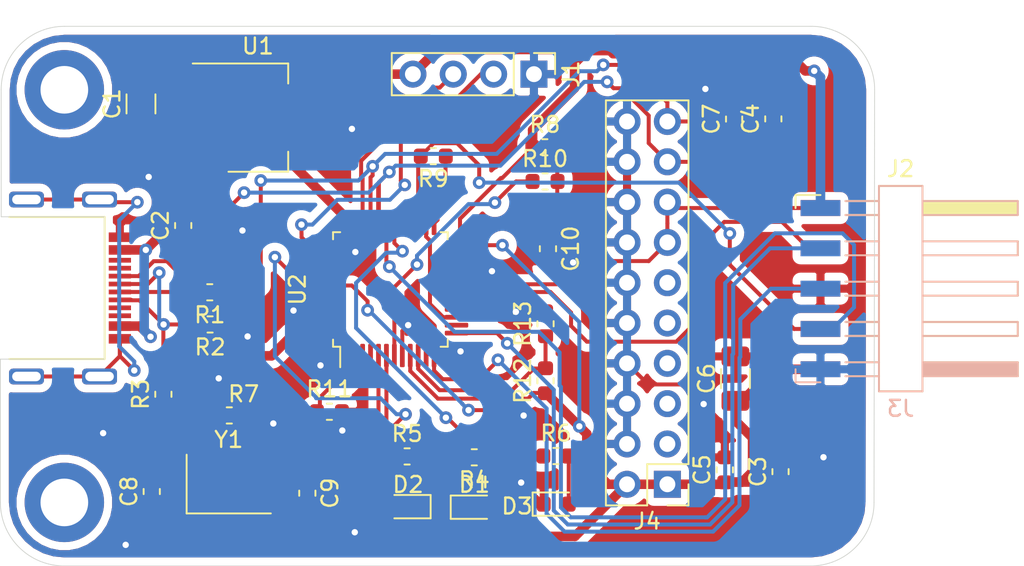
<source format=kicad_pcb>
(kicad_pcb (version 20171130) (host pcbnew "(5.1.4)-1")
  (layers (0 F.Cu signal) (31 B.Cu signal) (34 B.Paste user) (35 F.Paste user) (36 B.SilkS user) (37 F.SilkS user) (38 B.Mask user) (39 F.Mask user) (44 Edge.Cuts user))
  (net 0 "")
  (net 1 VBUS)
  (net 2 GND)
  (net 3 +3V3)
  (net 4 /USB3-)
  (net 5 /USB3+)
  (net 6 "Net-(C8-Pad1)")
  (net 7 "Net-(C9-Pad1)")
  (net 8 "Net-(C10-Pad1)")
  (net 9 "Net-(D1-Pad1)")
  (net 10 "Net-(D2-Pad1)")
  (net 11 "Net-(D3-Pad2)")
  (net 12 /IF_SWCLK)
  (net 13 /IF_SWDIO)
  (net 14 /TG_RST)
  (net 15 /T_SWCLK)
  (net 16 /T_SWDIO)
  (net 17 /T_RX)
  (net 18 /T_TX)
  (net 19 /T_SWO)
  (net 20 "Net-(J4-Pad3)")
  (net 21 "Net-(J4-Pad5)")
  (net 22 "Net-(J4-Pad7)")
  (net 23 "Net-(J4-Pad9)")
  (net 24 "Net-(J4-Pad11)")
  (net 25 "Net-(P1-PadA6)")
  (net 26 "Net-(P1-PadA5)")
  (net 27 "Net-(P1-PadB5)")
  (net 28 "Net-(P1-PadS1)")
  (net 29 "Net-(P1-PadA7)")
  (net 30 /PWR_RED)
  (net 31 /COM_GRN)
  (net 32 /DAP_BLUE)
  (net 33 "Net-(R9-Pad1)")
  (net 34 /IF_RST)
  (net 35 "Net-(R11-Pad1)")
  (net 36 "Net-(R12-Pad2)")
  (net 37 "Net-(U2-Pad3)")
  (net 38 "Net-(U2-Pad4)")
  (net 39 "Net-(U2-Pad11)")
  (net 40 "Net-(U2-Pad14)")
  (net 41 "Net-(U2-Pad16)")
  (net 42 "Net-(U2-Pad17)")
  (net 43 "Net-(U2-Pad19)")
  (net 44 "Net-(U2-Pad21)")
  (net 45 "Net-(U2-Pad22)")
  (net 46 "Net-(U2-Pad28)")
  (net 47 "Net-(U2-Pad29)")
  (net 48 "Net-(U2-Pad38)")
  (net 49 "Net-(U2-Pad39)")
  (net 50 "Net-(U2-Pad40)")
  (net 51 "Net-(U2-Pad43)")
  (net 52 "Net-(U2-Pad45)")
  (net 53 "Net-(U2-Pad46)")
  (module WDebug_KiCAD:hanpan (layer F.Cu) (at 97.93478 83.7184 90)
    (fp_text reference REF** hide)
    (fp_text value hanpan hide)
    (pad 1 thru_hole circle (at -0.2816 0.06522 90) (size 5 5) (drill 3) (layers *.Cu *.Mask))
  )
  (module WDebug_KiCAD:hanpan (layer F.Cu) (at 98.39198 113.03254)
    (fp_text reference REF** hide)
    (fp_text value hanpan hide)
    (pad 1 thru_hole circle (at -0.39198 -3.03254) (size 5 5) (drill 3) (layers *.Cu *.Mask))
  )
  (module Connector_PinHeader_2.54mm:PinHeader_2x10_P2.54mm_Vertical (layer F.Cu) (at 135.96366 108.85678 180)
    (fp_text reference J4 (at 1.27 -2.33) (layer F.SilkS))
    (fp_text value Conn_02x10_Odd_Even)
    (pad 1 thru_hole rect (at 0 0 180) (size 1.7 1.7) (drill 1) (layers *.Cu *.Mask) (net 3 +3V3))
    (pad 2 thru_hole oval (at 2.54 0 180) (size 1.7 1.7) (drill 1) (layers *.Cu *.Mask) (net 3 +3V3))
    (pad 3 thru_hole oval (at 0 2.54 180) (size 1.7 1.7) (drill 1) (layers *.Cu *.Mask) (net 20 "Net-(J4-Pad3)"))
    (pad 4 thru_hole oval (at 2.54 2.54 180) (size 1.7 1.7) (drill 1) (layers *.Cu *.Mask) (net 2 GND))
    (pad 5 thru_hole oval (at 0 5.08 180) (size 1.7 1.7) (drill 1) (layers *.Cu *.Mask) (net 21 "Net-(J4-Pad5)"))
    (pad 6 thru_hole oval (at 2.54 5.08 180) (size 1.7 1.7) (drill 1) (layers *.Cu *.Mask) (net 2 GND))
    (pad 7 thru_hole oval (at 0 7.62 180) (size 1.7 1.7) (drill 1) (layers *.Cu *.Mask) (net 22 "Net-(J4-Pad7)"))
    (pad 8 thru_hole oval (at 2.54 7.62 180) (size 1.7 1.7) (drill 1) (layers *.Cu *.Mask) (net 2 GND))
    (pad 9 thru_hole oval (at 0 10.16 180) (size 1.7 1.7) (drill 1) (layers *.Cu *.Mask) (net 23 "Net-(J4-Pad9)"))
    (pad 10 thru_hole oval (at 2.54 10.16 180) (size 1.7 1.7) (drill 1) (layers *.Cu *.Mask) (net 2 GND))
    (pad 11 thru_hole oval (at 0 12.7 180) (size 1.7 1.7) (drill 1) (layers *.Cu *.Mask) (net 24 "Net-(J4-Pad11)"))
    (pad 12 thru_hole oval (at 2.54 12.7 180) (size 1.7 1.7) (drill 1) (layers *.Cu *.Mask) (net 2 GND))
    (pad 13 thru_hole oval (at 0 15.24 180) (size 1.7 1.7) (drill 1) (layers *.Cu *.Mask) (net 14 /TG_RST))
    (pad 14 thru_hole oval (at 2.54 15.24 180) (size 1.7 1.7) (drill 1) (layers *.Cu *.Mask) (net 2 GND))
    (pad 15 thru_hole oval (at 0 17.78 180) (size 1.7 1.7) (drill 1) (layers *.Cu *.Mask) (net 14 /TG_RST))
    (pad 16 thru_hole oval (at 2.54 17.78 180) (size 1.7 1.7) (drill 1) (layers *.Cu *.Mask) (net 2 GND))
    (pad 17 thru_hole oval (at 0 20.32 180) (size 1.7 1.7) (drill 1) (layers *.Cu *.Mask) (net 4 /USB3-))
    (pad 18 thru_hole oval (at 2.54 20.32 180) (size 1.7 1.7) (drill 1) (layers *.Cu *.Mask) (net 2 GND))
    (pad 19 thru_hole oval (at 0 22.86 180) (size 1.7 1.7) (drill 1) (layers *.Cu *.Mask) (net 5 /USB3+))
    (pad 20 thru_hole oval (at 2.54 22.86 180) (size 1.7 1.7) (drill 1) (layers *.Cu *.Mask) (net 2 GND))
  )
  (module LED_SMD:LED_0603_1608Metric (layer F.Cu) (at 123.80976 110.2995)
    (fp_text reference D1 (at 0 -1.43) (layer F.SilkS))
    (fp_text value RED)
    (pad 2 smd roundrect (at 0.7875 0) (size 0.875 0.95) (layers F.Cu F.Paste F.Mask) (net 3 +3V3))
    (pad 1 smd roundrect (at -0.7875 0) (size 0.875 0.95) (layers F.Cu F.Paste F.Mask) (net 9 "Net-(D1-Pad1)"))
  )
  (module LED_SMD:LED_0603_1608Metric (layer F.Cu) (at 119.57558 110.26648 180)
    (fp_text reference D2 (at -0.06604 1.38684) (layer F.SilkS))
    (fp_text value GRN)
    (pad 1 smd roundrect (at -0.7875 0 180) (size 0.875 0.95) (layers F.Cu F.Paste F.Mask) (net 10 "Net-(D2-Pad1)"))
    (pad 2 smd roundrect (at 0.7875 0 180) (size 0.875 0.95) (layers F.Cu F.Paste F.Mask) (net 3 +3V3))
  )
  (module LED_SMD:LED_0603_1608Metric (layer F.Cu) (at 128.96596 110.10646)
    (fp_text reference D3 (at -2.46888 0.13208) (layer F.SilkS))
    (fp_text value BLUE)
    (pad 1 smd roundrect (at -0.7875 0) (size 0.875 0.95) (layers F.Cu F.Paste F.Mask) (net 2 GND))
    (pad 2 smd roundrect (at 0.7875 0) (size 0.875 0.95) (layers F.Cu F.Paste F.Mask) (net 11 "Net-(D3-Pad2)"))
  )
  (module Connector_PinHeader_2.54mm:PinHeader_1x04_P2.54mm_Vertical (layer F.Cu) (at 127.56388 83.01482 270)
    (fp_text reference J1 (at 0 -2.33 90) (layer F.SilkS))
    (fp_text value Conn_01x04)
    (pad 1 thru_hole rect (at 0 0 270) (size 1.7 1.7) (drill 1) (layers *.Cu *.Mask) (net 2 GND))
    (pad 2 thru_hole oval (at 0 2.54 270) (size 1.7 1.7) (drill 1) (layers *.Cu *.Mask) (net 12 /IF_SWCLK))
    (pad 3 thru_hole oval (at 0 5.08 270) (size 1.7 1.7) (drill 1) (layers *.Cu *.Mask) (net 13 /IF_SWDIO))
    (pad 4 thru_hole oval (at 0 7.62 270) (size 1.7 1.7) (drill 1) (layers *.Cu *.Mask) (net 3 +3V3))
  )
  (module Connector_Harwin:Harwin_M20-89005xx_1x05_P2.54mm_Horizontal (layer F.Cu) (at 151.12796 96.53016)
    (fp_text reference J2 (at -0.48 -7.55) (layer F.SilkS))
    (fp_text value Conn_01x05)
    (pad 1 smd rect (at -5.525 -5.08) (size 2.5 1) (layers F.Cu F.Paste F.Mask) (net 14 /TG_RST))
    (pad 2 smd rect (at -5.525 -2.54) (size 2.5 1) (layers F.Cu F.Paste F.Mask) (net 15 /T_SWCLK))
    (pad 3 smd rect (at -5.525 0) (size 2.5 1) (layers F.Cu F.Paste F.Mask) (net 2 GND))
    (pad 4 smd rect (at -5.525 2.54) (size 2.5 1) (layers F.Cu F.Paste F.Mask) (net 16 /T_SWDIO))
    (pad 5 smd rect (at -5.525 5.08) (size 2.5 1) (layers F.Cu F.Paste F.Mask) (net 3 +3V3))
    (pad "" smd rect (at 3.895 -5.08) (size 6 0.76) (layers F.SilkS))
  )
  (module Connector_Harwin:Harwin_M20-89005xx_1x05_P2.54mm_Horizontal (layer B.Cu) (at 151.12746 96.53016)
    (fp_text reference J3 (at -0.48 7.55) (layer B.SilkS) (effects (justify mirror)))
    (fp_text value Conn_01x05)
    (pad "" smd rect (at 3.895 5.08) (size 6 0.76) (layers B.SilkS))
    (pad 5 smd rect (at -5.525 -5.08) (size 2.5 1) (layers B.Cu B.Paste B.Mask) (net 3 +3V3))
    (pad 4 smd rect (at -5.525 -2.54) (size 2.5 1) (layers B.Cu B.Paste B.Mask) (net 17 /T_RX))
    (pad 3 smd rect (at -5.525 0) (size 2.5 1) (layers B.Cu B.Paste B.Mask) (net 18 /T_TX))
    (pad 2 smd rect (at -5.525 2.54) (size 2.5 1) (layers B.Cu B.Paste B.Mask) (net 19 /T_SWO))
    (pad 1 smd rect (at -5.525 5.08) (size 2.5 1) (layers B.Cu B.Paste B.Mask) (net 2 GND))
  )
  (module matrix_control_main:USB-Type-C (layer F.Cu) (at 96.41586 96.48952 270)
    (fp_text reference P1 hide)
    (fp_text value USB_C_Plug_USB2.0 hide)
    (pad A6 smd rect (at -0.25 -5.08 270) (size 0.3 1.4) (layers F.Cu F.Paste F.Mask) (net 25 "Net-(P1-PadA6)"))
    (pad A4 smd rect (at -2.4 -5.08 270) (size 0.6 1.4) (layers F.Cu F.Paste F.Mask) (net 1 VBUS))
    (pad A5 smd rect (at -1.75 -5.08 270) (size 0.3 1.4) (layers F.Cu F.Paste F.Mask) (net 26 "Net-(P1-PadA5)"))
    (pad B5 smd rect (at 1.25 -5.08 270) (size 0.3 1.4) (layers F.Cu F.Paste F.Mask) (net 27 "Net-(P1-PadB5)"))
    (pad S1 thru_hole roundrect (at -5.575 0.8 270) (size 1 2.2) (drill oval 0.6 1.8) (layers *.Cu *.Mask) (net 28 "Net-(P1-PadS1)"))
    (pad A7 smd rect (at -0.75 -5.08 270) (size 0.3 1.4) (layers F.Cu F.Paste F.Mask) (net 29 "Net-(P1-PadA7)"))
    (pad S1 thru_hole roundrect (at 5.575 -3.8 270) (size 1 2.2) (drill oval 0.6 1.8) (layers *.Cu *.Mask) (net 28 "Net-(P1-PadS1)"))
    (pad A1 smd rect (at -3.2 -5.08 270) (size 0.6 1.4) (layers F.Cu F.Paste F.Mask) (net 2 GND))
    (pad S1 thru_hole roundrect (at 5.575 0.8 270) (size 1 2.2) (drill oval 0.6 1.8) (layers *.Cu *.Mask) (net 28 "Net-(P1-PadS1)"))
    (pad A4 smd rect (at 2.4 -5.08 270) (size 0.6 1.4) (layers F.Cu F.Paste F.Mask) (net 1 VBUS))
    (pad A6 smd rect (at 0.75 -5.08 270) (size 0.3 1.4) (layers F.Cu F.Paste F.Mask) (net 25 "Net-(P1-PadA6)"))
    (pad A5 smd rect (at -1.25 -5.08 270) (size 0.3 1.4) (layers F.Cu F.Paste F.Mask) (net 26 "Net-(P1-PadA5)"))
    (pad S1 thru_hole roundrect (at -5.575 -3.8 270) (size 1 2.2) (drill oval 0.6 1.8) (layers *.Cu *.Mask) (net 28 "Net-(P1-PadS1)"))
    (pad S1 smd rect (at 3.2 -5.08 270) (size 0.6 1.4) (layers F.Cu F.Paste F.Mask) (net 28 "Net-(P1-PadS1)"))
    (pad A7 smd rect (at 0.25 -5.08 270) (size 0.3 1.4) (layers F.Cu F.Paste F.Mask) (net 29 "Net-(P1-PadA7)"))
    (pad B5 smd rect (at 1.75 -5.08 270) (size 0.3 1.4) (layers F.Cu F.Paste F.Mask) (net 27 "Net-(P1-PadB5)"))
  )
  (module Package_TO_SOT_SMD:SOT-223 (layer F.Cu) (at 110.18266 85.75294)
    (fp_text reference U1 (at 0 -4.5) (layer F.SilkS))
    (fp_text value AZ1117-3.3)
    (pad 4 smd rect (at 3.15 0) (size 2 3.8) (layers F.Cu F.Paste F.Mask))
    (pad 2 smd rect (at -3.15 0) (size 2 1.5) (layers F.Cu F.Paste F.Mask) (net 3 +3V3))
    (pad 3 smd rect (at -3.15 2.3) (size 2 1.5) (layers F.Cu F.Paste F.Mask) (net 1 VBUS))
    (pad 1 smd rect (at -3.15 -2.3) (size 2 1.5) (layers F.Cu F.Paste F.Mask) (net 2 GND))
  )
  (module Package_QFP:LQFP-48_7x7mm_P0.5mm (layer F.Cu) (at 118.52656 96.58096 90)
    (fp_text reference U2 (at 0 -5.85 90) (layer F.SilkS))
    (fp_text value STM32F103C8Tx)
    (pad 1 smd roundrect (at -4.1625 -2.75 90) (size 1.475 0.3) (layers F.Cu F.Paste F.Mask) (net 3 +3V3))
    (pad 2 smd roundrect (at -4.1625 -2.25 90) (size 1.475 0.3) (layers F.Cu F.Paste F.Mask) (net 35 "Net-(R11-Pad1)"))
    (pad 3 smd roundrect (at -4.1625 -1.75 90) (size 1.475 0.3) (layers F.Cu F.Paste F.Mask) (net 37 "Net-(U2-Pad3)"))
    (pad 4 smd roundrect (at -4.1625 -1.25 90) (size 1.475 0.3) (layers F.Cu F.Paste F.Mask) (net 38 "Net-(U2-Pad4)"))
    (pad 5 smd roundrect (at -4.1625 -0.75 90) (size 1.475 0.3) (layers F.Cu F.Paste F.Mask) (net 6 "Net-(C8-Pad1)"))
    (pad 6 smd roundrect (at -4.1625 -0.25 90) (size 1.475 0.3) (layers F.Cu F.Paste F.Mask) (net 7 "Net-(C9-Pad1)"))
    (pad 7 smd roundrect (at -4.1625 0.25 90) (size 1.475 0.3) (layers F.Cu F.Paste F.Mask) (net 34 /IF_RST))
    (pad 8 smd roundrect (at -4.1625 0.75 90) (size 1.475 0.3) (layers F.Cu F.Paste F.Mask) (net 2 GND))
    (pad 9 smd roundrect (at -4.1625 1.25 90) (size 1.475 0.3) (layers F.Cu F.Paste F.Mask) (net 3 +3V3))
    (pad 10 smd roundrect (at -4.1625 1.75 90) (size 1.475 0.3) (layers F.Cu F.Paste F.Mask) (net 36 "Net-(R12-Pad2)"))
    (pad 11 smd roundrect (at -4.1625 2.25 90) (size 1.475 0.3) (layers F.Cu F.Paste F.Mask) (net 39 "Net-(U2-Pad11)"))
    (pad 12 smd roundrect (at -4.1625 2.75 90) (size 1.475 0.3) (layers F.Cu F.Paste F.Mask) (net 18 /T_TX))
    (pad 13 smd roundrect (at -2.75 4.1625 90) (size 0.3 1.475) (layers F.Cu F.Paste F.Mask) (net 17 /T_RX))
    (pad 14 smd roundrect (at -2.25 4.1625 90) (size 0.3 1.475) (layers F.Cu F.Paste F.Mask) (net 40 "Net-(U2-Pad14)"))
    (pad 15 smd roundrect (at -1.75 4.1625 90) (size 0.3 1.475) (layers F.Cu F.Paste F.Mask) (net 15 /T_SWCLK))
    (pad 16 smd roundrect (at -1.25 4.1625 90) (size 0.3 1.475) (layers F.Cu F.Paste F.Mask) (net 41 "Net-(U2-Pad16)"))
    (pad 17 smd roundrect (at -0.75 4.1625 90) (size 0.3 1.475) (layers F.Cu F.Paste F.Mask) (net 42 "Net-(U2-Pad17)"))
    (pad 18 smd roundrect (at -0.25 4.1625 90) (size 0.3 1.475) (layers F.Cu F.Paste F.Mask) (net 14 /TG_RST))
    (pad 19 smd roundrect (at 0.25 4.1625 90) (size 0.3 1.475) (layers F.Cu F.Paste F.Mask) (net 43 "Net-(U2-Pad19)"))
    (pad 20 smd roundrect (at 0.75 4.1625 90) (size 0.3 1.475) (layers F.Cu F.Paste F.Mask) (net 2 GND))
    (pad 21 smd roundrect (at 1.25 4.1625 90) (size 0.3 1.475) (layers F.Cu F.Paste F.Mask) (net 44 "Net-(U2-Pad21)"))
    (pad 22 smd roundrect (at 1.75 4.1625 90) (size 0.3 1.475) (layers F.Cu F.Paste F.Mask) (net 45 "Net-(U2-Pad22)"))
    (pad 23 smd roundrect (at 2.25 4.1625 90) (size 0.3 1.475) (layers F.Cu F.Paste F.Mask) (net 2 GND))
    (pad 24 smd roundrect (at 2.75 4.1625 90) (size 0.3 1.475) (layers F.Cu F.Paste F.Mask) (net 3 +3V3))
    (pad 25 smd roundrect (at 4.1625 2.75 90) (size 1.475 0.3) (layers F.Cu F.Paste F.Mask) (net 33 "Net-(R9-Pad1)"))
    (pad 26 smd roundrect (at 4.1625 2.25 90) (size 1.475 0.3) (layers F.Cu F.Paste F.Mask) (net 15 /T_SWCLK))
    (pad 27 smd roundrect (at 4.1625 1.75 90) (size 1.475 0.3) (layers F.Cu F.Paste F.Mask) (net 16 /T_SWDIO))
    (pad 28 smd roundrect (at 4.1625 1.25 90) (size 1.475 0.3) (layers F.Cu F.Paste F.Mask) (net 46 "Net-(U2-Pad28)"))
    (pad 29 smd roundrect (at 4.1625 0.75 90) (size 1.475 0.3) (layers F.Cu F.Paste F.Mask) (net 47 "Net-(U2-Pad29)"))
    (pad 30 smd roundrect (at 4.1625 0.25 90) (size 1.475 0.3) (layers F.Cu F.Paste F.Mask) (net 30 /PWR_RED))
    (pad 31 smd roundrect (at 4.1625 -0.25 90) (size 1.475 0.3) (layers F.Cu F.Paste F.Mask) (net 19 /T_SWO))
    (pad 32 smd roundrect (at 4.1625 -0.75 90) (size 1.475 0.3) (layers F.Cu F.Paste F.Mask) (net 4 /USB3-))
    (pad 33 smd roundrect (at 4.1625 -1.25 90) (size 1.475 0.3) (layers F.Cu F.Paste F.Mask) (net 5 /USB3+))
    (pad 34 smd roundrect (at 4.1625 -1.75 90) (size 1.475 0.3) (layers F.Cu F.Paste F.Mask) (net 13 /IF_SWDIO))
    (pad 35 smd roundrect (at 4.1625 -2.25 90) (size 1.475 0.3) (layers F.Cu F.Paste F.Mask) (net 2 GND))
    (pad 36 smd roundrect (at 4.1625 -2.75 90) (size 1.475 0.3) (layers F.Cu F.Paste F.Mask) (net 3 +3V3))
    (pad 37 smd roundrect (at 2.75 -4.1625 90) (size 0.3 1.475) (layers F.Cu F.Paste F.Mask) (net 12 /IF_SWCLK))
    (pad 38 smd roundrect (at 2.25 -4.1625 90) (size 0.3 1.475) (layers F.Cu F.Paste F.Mask) (net 48 "Net-(U2-Pad38)"))
    (pad 39 smd roundrect (at 1.75 -4.1625 90) (size 0.3 1.475) (layers F.Cu F.Paste F.Mask) (net 49 "Net-(U2-Pad39)"))
    (pad 40 smd roundrect (at 1.25 -4.1625 90) (size 0.3 1.475) (layers F.Cu F.Paste F.Mask) (net 50 "Net-(U2-Pad40)"))
    (pad 41 smd roundrect (at 0.75 -4.1625 90) (size 0.3 1.475) (layers F.Cu F.Paste F.Mask) (net 31 /COM_GRN))
    (pad 42 smd roundrect (at 0.25 -4.1625 90) (size 0.3 1.475) (layers F.Cu F.Paste F.Mask) (net 32 /DAP_BLUE))
    (pad 43 smd roundrect (at -0.25 -4.1625 90) (size 0.3 1.475) (layers F.Cu F.Paste F.Mask) (net 51 "Net-(U2-Pad43)"))
    (pad 44 smd roundrect (at -0.75 -4.1625 90) (size 0.3 1.475) (layers F.Cu F.Paste F.Mask) (net 2 GND))
    (pad 45 smd roundrect (at -1.25 -4.1625 90) (size 0.3 1.475) (layers F.Cu F.Paste F.Mask) (net 52 "Net-(U2-Pad45)"))
    (pad 46 smd roundrect (at -1.75 -4.1625 90) (size 0.3 1.475) (layers F.Cu F.Paste F.Mask) (net 53 "Net-(U2-Pad46)"))
    (pad 47 smd roundrect (at -2.25 -4.1625 90) (size 0.3 1.475) (layers F.Cu F.Paste F.Mask) (net 2 GND))
    (pad 48 smd roundrect (at -2.75 -4.1625 90) (size 0.3 1.475) (layers F.Cu F.Paste F.Mask) (net 3 +3V3))
  )
  (module Resistor_SMD:R_0603_1608Metric (layer F.Cu) (at 107.15498 96.75876 180)
    (fp_text reference R1 (at 0 -1.43) (layer F.SilkS))
    (fp_text value 33R)
    (pad 1 smd roundrect (at -0.7875 0 180) (size 0.875 0.95) (layers F.Cu F.Paste F.Mask) (net 4 /USB3-))
    (pad 2 smd roundrect (at 0.7875 0 180) (size 0.875 0.95) (layers F.Cu F.Paste F.Mask) (net 29 "Net-(P1-PadA7)"))
  )
  (module Resistor_SMD:R_0603_1608Metric (layer F.Cu) (at 107.1753 98.78568 180)
    (fp_text reference R2 (at 0 -1.43) (layer F.SilkS))
    (fp_text value 33R)
    (pad 2 smd roundrect (at 0.7875 0 180) (size 0.875 0.95) (layers F.Cu F.Paste F.Mask) (net 25 "Net-(P1-PadA6)"))
    (pad 1 smd roundrect (at -0.7875 0 180) (size 0.875 0.95) (layers F.Cu F.Paste F.Mask) (net 5 /USB3+))
  )
  (module Capacitor_SMD:C_1206_3216Metric (layer F.Cu) (at 102.82428 84.88934 90)
    (fp_text reference C1 (at 0 -1.82 90) (layer F.SilkS))
    (fp_text value 10uF)
    (pad 2 smd roundrect (at 1.4 0 90) (size 1.25 1.75) (layers F.Cu F.Paste F.Mask) (roundrect_rratio 0.2) (net 2 GND))
    (pad 1 smd roundrect (at -1.4 0 90) (size 1.25 1.75) (layers F.Cu F.Paste F.Mask) (roundrect_rratio 0.2) (net 1 VBUS))
  )
  (module Capacitor_SMD:C_0603_1608Metric (layer F.Cu) (at 105.48366 92.5529 90)
    (fp_text reference C2 (at 0 -1.43 90) (layer F.SilkS))
    (fp_text value 100nF)
    (pad 2 smd roundrect (at 0.7875 0 90) (size 0.875 0.95) (layers F.Cu F.Paste F.Mask) (net 2 GND))
    (pad 1 smd roundrect (at -0.7875 0 90) (size 0.875 0.95) (layers F.Cu F.Paste F.Mask) (net 1 VBUS))
  )
  (module Capacitor_SMD:C_0603_1608Metric (layer F.Cu) (at 143.08582 108.06176 90)
    (fp_text reference C3 (at 0 -1.43 90) (layer F.SilkS))
    (fp_text value 100nF)
    (pad 2 smd roundrect (at 0.7875 0 90) (size 0.875 0.95) (layers F.Cu F.Paste F.Mask) (net 2 GND))
    (pad 1 smd roundrect (at -0.7875 0 90) (size 0.875 0.95) (layers F.Cu F.Paste F.Mask) (net 3 +3V3))
  )
  (module Capacitor_SMD:C_0603_1608Metric (layer F.Cu) (at 142.6337 85.83384 90)
    (fp_text reference C4 (at 0 -1.43 90) (layer F.SilkS))
    (fp_text value 18pF)
    (pad 2 smd roundrect (at 0.7875 0 90) (size 0.875 0.95) (layers F.Cu F.Paste F.Mask) (net 2 GND))
    (pad 1 smd roundrect (at -0.7875 0 90) (size 0.875 0.95) (layers F.Cu F.Paste F.Mask) (net 4 /USB3-))
  )
  (module Capacitor_SMD:C_0603_1608Metric (layer F.Cu) (at 139.58062 107.94746 90)
    (fp_text reference C5 (at 0 -1.43 90) (layer F.SilkS))
    (fp_text value 100nF)
    (pad 1 smd roundrect (at -0.7875 0 90) (size 0.875 0.95) (layers F.Cu F.Paste F.Mask) (net 3 +3V3))
    (pad 2 smd roundrect (at 0.7875 0 90) (size 0.875 0.95) (layers F.Cu F.Paste F.Mask) (net 2 GND))
  )
  (module Capacitor_SMD:C_1206_3216Metric (layer F.Cu) (at 140.24864 102.19944 90)
    (fp_text reference C6 (at 0 -1.82 90) (layer F.SilkS))
    (fp_text value 10uF)
    (pad 1 smd roundrect (at -1.4 0 90) (size 1.25 1.75) (layers F.Cu F.Paste F.Mask) (roundrect_rratio 0.2) (net 3 +3V3))
    (pad 2 smd roundrect (at 1.4 0 90) (size 1.25 1.75) (layers F.Cu F.Paste F.Mask) (roundrect_rratio 0.2) (net 2 GND))
  )
  (module Capacitor_SMD:C_0603_1608Metric (layer F.Cu) (at 140.16482 85.84438 90)
    (fp_text reference C7 (at 0 -1.43 90) (layer F.SilkS))
    (fp_text value 18pF)
    (pad 1 smd roundrect (at -0.7875 0 90) (size 0.875 0.95) (layers F.Cu F.Paste F.Mask) (net 5 /USB3+))
    (pad 2 smd roundrect (at 0.7875 0 90) (size 0.875 0.95) (layers F.Cu F.Paste F.Mask) (net 2 GND))
  )
  (module Capacitor_SMD:C_0603_1608Metric (layer F.Cu) (at 103.50246 109.31398 90)
    (fp_text reference C8 (at 0 -1.43 90) (layer F.SilkS))
    (fp_text value 22pF)
    (pad 1 smd roundrect (at -0.7875 0 90) (size 0.875 0.95) (layers F.Cu F.Paste F.Mask) (net 6 "Net-(C8-Pad1)"))
    (pad 2 smd roundrect (at 0.7875 0 90) (size 0.875 0.95) (layers F.Cu F.Paste F.Mask) (net 2 GND))
  )
  (module Capacitor_SMD:C_0603_1608Metric (layer F.Cu) (at 113.2967 109.41812 270)
    (fp_text reference C9 (at 0 -1.43 90) (layer F.SilkS))
    (fp_text value 22pF)
    (pad 2 smd roundrect (at 0.7875 0 270) (size 0.875 0.95) (layers F.Cu F.Paste F.Mask) (net 2 GND))
    (pad 1 smd roundrect (at -0.7875 0 270) (size 0.875 0.95) (layers F.Cu F.Paste F.Mask) (net 7 "Net-(C9-Pad1)"))
  )
  (module Capacitor_SMD:C_0603_1608Metric (layer F.Cu) (at 128.44526 94.01556 270)
    (fp_text reference C10 (at 0 -1.43 90) (layer F.SilkS))
    (fp_text value 100nF)
    (pad 1 smd roundrect (at -0.7875 0 270) (size 0.875 0.95) (layers F.Cu F.Paste F.Mask) (net 8 "Net-(C10-Pad1)"))
    (pad 2 smd roundrect (at 0.7875 0 270) (size 0.875 0.95) (layers F.Cu F.Paste F.Mask) (net 2 GND))
  )
  (module Resistor_SMD:R_0603_1608Metric (layer F.Cu) (at 104.23398 103.18496 90)
    (fp_text reference R3 (at 0 -1.43 90) (layer F.SilkS))
    (fp_text value 1.5k)
    (pad 1 smd roundrect (at -0.7875 0 90) (size 0.875 0.95) (layers F.Cu F.Paste F.Mask) (net 3 +3V3))
    (pad 2 smd roundrect (at 0.7875 0 90) (size 0.875 0.95) (layers F.Cu F.Paste F.Mask) (net 25 "Net-(P1-PadA6)"))
  )
  (module Resistor_SMD:R_0603_1608Metric (layer F.Cu) (at 123.80722 107.15752 180)
    (fp_text reference R4 (at 0 -1.43) (layer F.SilkS))
    (fp_text value 1K)
    (pad 2 smd roundrect (at 0.7875 0 180) (size 0.875 0.95) (layers F.Cu F.Paste F.Mask) (net 9 "Net-(D1-Pad1)"))
    (pad 1 smd roundrect (at -0.7875 0 180) (size 0.875 0.95) (layers F.Cu F.Paste F.Mask) (net 30 /PWR_RED))
  )
  (module Resistor_SMD:R_0603_1608Metric (layer F.Cu) (at 119.57812 107.10164)
    (fp_text reference R5 (at 0 -1.43) (layer F.SilkS))
    (fp_text value 1K)
    (pad 1 smd roundrect (at -0.7875 0) (size 0.875 0.95) (layers F.Cu F.Paste F.Mask) (net 31 /COM_GRN))
    (pad 2 smd roundrect (at 0.7875 0) (size 0.875 0.95) (layers F.Cu F.Paste F.Mask) (net 10 "Net-(D2-Pad1)"))
  )
  (module Resistor_SMD:R_0603_1608Metric (layer F.Cu) (at 128.9431 107.07624)
    (fp_text reference R6 (at 0 -1.43) (layer F.SilkS))
    (fp_text value 1K)
    (pad 2 smd roundrect (at 0.7875 0) (size 0.875 0.95) (layers F.Cu F.Paste F.Mask) (net 11 "Net-(D3-Pad2)"))
    (pad 1 smd roundrect (at -0.7875 0) (size 0.875 0.95) (layers F.Cu F.Paste F.Mask) (net 32 /DAP_BLUE))
  )
  (module Resistor_SMD:R_0603_1608Metric (layer F.Cu) (at 108.38434 104.51846 180)
    (fp_text reference R7 (at -0.90424 1.34874) (layer F.SilkS))
    (fp_text value NC/1M)
    (pad 1 smd roundrect (at -0.7875 0 180) (size 0.875 0.95) (layers F.Cu F.Paste F.Mask) (net 7 "Net-(C9-Pad1)"))
    (pad 2 smd roundrect (at 0.7875 0 180) (size 0.875 0.95) (layers F.Cu F.Paste F.Mask) (net 6 "Net-(C8-Pad1)"))
  )
  (module Resistor_SMD:R_0603_1608Metric (layer F.Cu) (at 128.250121 87.621641)
    (fp_text reference R8 (at 0 -1.43) (layer F.SilkS))
    (fp_text value 100K)
    (pad 1 smd roundrect (at -0.7875 0) (size 0.875 0.95) (layers F.Cu F.Paste F.Mask) (net 3 +3V3))
    (pad 2 smd roundrect (at 0.7875 0) (size 0.875 0.95) (layers F.Cu F.Paste F.Mask) (net 8 "Net-(C10-Pad1)"))
  )
  (module Resistor_SMD:R_0603_1608Metric (layer F.Cu) (at 121.22658 88.17864 180)
    (fp_text reference R9 (at 0 -1.43) (layer F.SilkS))
    (fp_text value 100R)
    (pad 1 smd roundrect (at -0.7875 0 180) (size 0.875 0.95) (layers F.Cu F.Paste F.Mask) (net 33 "Net-(R9-Pad1)"))
    (pad 2 smd roundrect (at 0.7875 0 180) (size 0.875 0.95) (layers F.Cu F.Paste F.Mask) (net 16 /T_SWDIO))
  )
  (module Resistor_SMD:R_0603_1608Metric (layer F.Cu) (at 128.26238 89.7763)
    (fp_text reference R10 (at 0 -1.43) (layer F.SilkS))
    (fp_text value 100K)
    (pad 2 smd roundrect (at 0.7875 0) (size 0.875 0.95) (layers F.Cu F.Paste F.Mask) (net 8 "Net-(C10-Pad1)"))
    (pad 1 smd roundrect (at -0.7875 0) (size 0.875 0.95) (layers F.Cu F.Paste F.Mask) (net 34 /IF_RST))
  )
  (module Resistor_SMD:R_0603_1608Metric (layer F.Cu) (at 114.68608 104.28732)
    (fp_text reference R11 (at 0 -1.43) (layer F.SilkS))
    (fp_text value 10k)
    (pad 2 smd roundrect (at 0.7875 0) (size 0.875 0.95) (layers F.Cu F.Paste F.Mask) (net 2 GND))
    (pad 1 smd roundrect (at -0.7875 0) (size 0.875 0.95) (layers F.Cu F.Paste F.Mask) (net 35 "Net-(R11-Pad1)"))
  )
  (module Resistor_SMD:R_0603_1608Metric (layer F.Cu) (at 128.29032 102.33406 90)
    (fp_text reference R12 (at 0 -1.43 90) (layer F.SilkS))
    (fp_text value 4.7k)
    (pad 2 smd roundrect (at 0.7875 0 90) (size 0.875 0.95) (layers F.Cu F.Paste F.Mask) (net 36 "Net-(R12-Pad2)"))
    (pad 1 smd roundrect (at -0.7875 0 90) (size 0.875 0.95) (layers F.Cu F.Paste F.Mask) (net 3 +3V3))
  )
  (module Resistor_SMD:R_0603_1608Metric (layer F.Cu) (at 128.29286 98.7425 90)
    (fp_text reference R13 (at 0 -1.43 90) (layer F.SilkS))
    (fp_text value 4.7k)
    (pad 1 smd roundrect (at -0.7875 0 90) (size 0.875 0.95) (layers F.Cu F.Paste F.Mask) (net 36 "Net-(R12-Pad2)"))
    (pad 2 smd roundrect (at 0.7875 0 90) (size 0.875 0.95) (layers F.Cu F.Paste F.Mask) (net 2 GND))
  )
  (module Crystal:Crystal_SMD_5032-4Pin_5.0x3.2mm (layer F.Cu) (at 108.34878 108.84408)
    (fp_text reference Y1 (at 0 -2.8) (layer F.SilkS))
    (fp_text value 8MHz)
    (pad 1 smd rect (at -1.65 1) (size 1.6 1.3) (layers F.Cu F.Paste F.Mask) (net 6 "Net-(C8-Pad1)"))
    (pad 2 smd rect (at 1.65 1) (size 1.6 1.3) (layers F.Cu F.Paste F.Mask) (net 2 GND))
    (pad 3 smd rect (at 1.65 -1) (size 1.6 1.3) (layers F.Cu F.Paste F.Mask) (net 7 "Net-(C9-Pad1)"))
    (pad 4 smd rect (at -1.65 -1) (size 1.6 1.3) (layers F.Cu F.Paste F.Mask) (net 2 GND))
  )
  (gr_line (start 93.974314 100.97008) (end 93.974314 110.00713) (layer Edge.Cuts) (width 0.05))
  (gr_line (start 148.97372 109.98962) (end 149.01164 83.97494) (layer Edge.Cuts) (width 0.05))
  (gr_arc (start 145.023627 83.987809) (end 149.01164 83.97512) (angle -90.14306516) (layer Edge.Cuts) (width 0.05))
  (gr_line (start 94.027208 92.00134) (end 100.52304 92.00134) (layer Edge.Cuts) (width 0.05))
  (gr_line (start 98 114) (end 145 114) (layer Edge.Cuts) (width 0.05))
  (gr_line (start 145 80) (end 98 80) (layer Edge.Cuts) (width 0.05))
  (gr_line (start 100.52304 92.00134) (end 100.52304 100.97008) (layer Edge.Cuts) (width 0.05))
  (gr_line (start 100.52304 100.97008) (end 93.974314 100.97008) (layer Edge.Cuts) (width 0.05))
  (gr_line (start 94.027208 91.99896) (end 94.024668 83.99796) (layer Edge.Cuts) (width 0.05))
  (gr_arc (start 97.982433 109.991891) (end 93.974314 110.00713) (angle -90.03328469) (layer Edge.Cuts) (width 0.05))
  (gr_arc (start 144.985751 110.012267) (end 144.99844 114.00028) (angle -90.14306516) (layer Edge.Cuts) (width 0.05))
  (gr_arc (start 98.012689 83.988013) (end 98 80) (angle -89.96060758) (layer Edge.Cuts) (width 0.05))
  (segment (start 101.49586 94.08952) (end 103.12878 94.08952) (width 0.6) (layer F.Cu) (net 1))
  (segment (start 103.8954 93.3229) (end 105.48366 93.3229) (width 0.6) (layer F.Cu) (net 1))
  (segment (start 103.12878 94.08952) (end 103.8954 93.3229) (width 0.6) (layer F.Cu) (net 1))
  (via (at 103.42626 99.56038) (size 0.8) (drill 0.4) (layers F.Cu B.Cu) (net 1))
  (segment (start 101.49586 98.88952) (end 102.7554 98.88952) (width 0.6) (layer F.Cu) (net 1))
  (segment (start 102.7554 98.88952) (end 103.42626 99.56038) (width 0.6) (layer F.Cu) (net 1))
  (via (at 103.12878 94.08952) (size 0.8) (drill 0.4) (layers F.Cu B.Cu) (net 1))
  (segment (start 103.026261 94.192039) (end 103.12878 94.08952) (width 0.6) (layer B.Cu) (net 1))
  (segment (start 103.026261 99.160381) (end 103.026261 94.192039) (width 0.6) (layer B.Cu) (net 1))
  (segment (start 103.42626 99.56038) (end 103.026261 99.160381) (width 0.6) (layer B.Cu) (net 1))
  (segment (start 107.03266 89.40294) (end 107.03266 88.05294) (width 0.6) (layer F.Cu) (net 1))
  (segment (start 107.03266 92.8639) (end 107.03266 89.40294) (width 0.6) (layer F.Cu) (net 1))
  (segment (start 106.57366 93.3229) (end 107.03266 92.8639) (width 0.6) (layer F.Cu) (net 1))
  (segment (start 105.48366 93.3229) (end 106.57366 93.3229) (width 0.6) (layer F.Cu) (net 1))
  (segment (start 104.49788 88.05294) (end 102.82428 86.37934) (width 0.6) (layer F.Cu) (net 1))
  (segment (start 107.03266 88.05294) (end 104.49788 88.05294) (width 0.6) (layer F.Cu) (net 1))
  (via (at 126.42596 97.99066) (size 0.8) (drill 0.4) (layers F.Cu B.Cu) (net 2))
  (via (at 130.03022 94.8817) (size 0.8) (drill 0.4) (layers F.Cu B.Cu) (net 2))
  (segment (start 128.2747 97.99066) (end 128.29286 97.9725) (width 0.25) (layer F.Cu) (net 2))
  (segment (start 126.42596 97.99066) (end 128.2747 97.99066) (width 0.25) (layer F.Cu) (net 2))
  (segment (start 129.93408 94.78556) (end 130.03022 94.8817) (width 0.25) (layer F.Cu) (net 2))
  (segment (start 128.44526 94.78556) (end 129.93408 94.78556) (width 0.25) (layer F.Cu) (net 2))
  (via (at 138.35634 83.947) (size 0.8) (drill 0.4) (layers F.Cu B.Cu) (net 2))
  (segment (start 139.47318 85.06384) (end 138.35634 83.947) (width 0.25) (layer F.Cu) (net 2))
  (segment (start 142.6337 85.06384) (end 139.47318 85.06384) (width 0.25) (layer F.Cu) (net 2))
  (segment (start 139.09864 100.70944) (end 137.24288 102.5652) (width 0.25) (layer F.Cu) (net 2))
  (segment (start 140.24864 100.70944) (end 139.09864 100.70944) (width 0.25) (layer F.Cu) (net 2))
  (segment (start 134.75208 102.5652) (end 133.42366 101.23678) (width 0.25) (layer F.Cu) (net 2))
  (segment (start 137.24288 102.5652) (end 134.75208 102.5652) (width 0.25) (layer F.Cu) (net 2))
  (segment (start 137.24288 102.5652) (end 137.24288 102.79794) (width 0.25) (layer F.Cu) (net 2))
  (segment (start 139.58062 105.13568) (end 139.58062 107.17746) (width 0.25) (layer F.Cu) (net 2))
  (segment (start 137.24288 102.79794) (end 138.24712 103.80218) (width 0.25) (layer F.Cu) (net 2))
  (via (at 145.79092 107.15244) (size 0.8) (drill 0.4) (layers F.Cu B.Cu) (net 2))
  (segment (start 138.24712 103.80218) (end 139.58062 105.13568) (width 0.25) (layer F.Cu) (net 2))
  (via (at 138.24712 103.80218) (size 0.8) (drill 0.4) (layers F.Cu B.Cu) (net 2))
  (segment (start 145.6516 107.29176) (end 145.79092 107.15244) (width 0.25) (layer F.Cu) (net 2))
  (segment (start 143.08582 107.29176) (end 145.6516 107.29176) (width 0.25) (layer F.Cu) (net 2))
  (via (at 126.7587 108.7501) (size 0.8) (drill 0.4) (layers F.Cu B.Cu) (net 2))
  (segment (start 126.8221 108.7501) (end 128.17846 110.10646) (width 0.25) (layer F.Cu) (net 2))
  (segment (start 126.7587 108.7501) (end 126.8221 108.7501) (width 0.25) (layer F.Cu) (net 2))
  (via (at 116.1034 86.46414) (size 0.8) (drill 0.4) (layers F.Cu B.Cu) (net 2))
  (via (at 116.3193 94.2213) (size 0.8) (drill 0.4) (layers F.Cu B.Cu) (net 2))
  (via (at 124.91974 95.43034) (size 0.8) (drill 0.4) (layers F.Cu B.Cu) (net 2))
  (via (at 112.42548 97.90938) (size 0.8) (drill 0.4) (layers F.Cu B.Cu) (net 2))
  (via (at 114.12474 101.36632) (size 0.8) (drill 0.4) (layers F.Cu B.Cu) (net 2))
  (via (at 119.64416 98.82886) (size 0.8) (drill 0.4) (layers F.Cu B.Cu) (net 2))
  (via (at 111.15548 105.02646) (size 0.8) (drill 0.4) (layers F.Cu B.Cu) (net 2))
  (via (at 109.5375 99.5426) (size 0.8) (drill 0.4) (layers F.Cu B.Cu) (net 2))
  (via (at 109.21238 92.86748) (size 0.8) (drill 0.4) (layers F.Cu B.Cu) (net 2))
  (via (at 107.71886 102.18166) (size 0.8) (drill 0.4) (layers F.Cu B.Cu) (net 2))
  (via (at 126.91364 104.52608) (size 0.8) (drill 0.4) (layers F.Cu B.Cu) (net 2))
  (via (at 122.94108 100.4824) (size 0.8) (drill 0.4) (layers F.Cu B.Cu) (net 2))
  (segment (start 116.27656 94.17856) (end 116.3193 94.2213) (width 0.25) (layer F.Cu) (net 2))
  (segment (start 116.27656 92.41846) (end 116.27656 94.17856) (width 0.25) (layer F.Cu) (net 2))
  (segment (start 123.82036 94.33096) (end 124.91974 95.43034) (width 0.25) (layer F.Cu) (net 2))
  (segment (start 122.68906 94.33096) (end 123.82036 94.33096) (width 0.25) (layer F.Cu) (net 2))
  (segment (start 124.51912 95.83096) (end 124.91974 95.43034) (width 0.25) (layer F.Cu) (net 2))
  (segment (start 122.68906 95.83096) (end 124.51912 95.83096) (width 0.25) (layer F.Cu) (net 2))
  (segment (start 119.27656 99.19646) (end 119.64416 98.82886) (width 0.25) (layer F.Cu) (net 2))
  (segment (start 119.27656 100.74346) (end 119.27656 99.19646) (width 0.25) (layer F.Cu) (net 2))
  (segment (start 113.34706 98.83096) (end 112.42548 97.90938) (width 0.25) (layer F.Cu) (net 2))
  (segment (start 114.36406 98.83096) (end 113.34706 98.83096) (width 0.25) (layer F.Cu) (net 2))
  (segment (start 113.0039 97.33096) (end 112.42548 97.90938) (width 0.25) (layer F.Cu) (net 2))
  (segment (start 114.36406 97.33096) (end 113.0039 97.33096) (width 0.25) (layer F.Cu) (net 2))
  (via (at 115.49888 105.46842) (size 0.8) (drill 0.4) (layers F.Cu B.Cu) (net 2))
  (via (at 103.30942 89.49182) (size 0.8) (drill 0.4) (layers F.Cu B.Cu) (net 2))
  (via (at 100.44176 105.63352) (size 0.8) (drill 0.4) (layers F.Cu B.Cu) (net 2))
  (via (at 101.86162 112.6744) (size 0.8) (drill 0.4) (layers F.Cu B.Cu) (net 2))
  (via (at 116.28374 111.87938) (size 0.8) (drill 0.4) (layers F.Cu B.Cu) (net 2))
  (segment (start 115.62655 92.51442) (end 115.62655 92.41846) (width 0.6) (layer F.Cu) (net 3))
  (segment (start 115.62655 91.95121) (end 115.62655 92.51442) (width 0.6) (layer F.Cu) (net 3))
  (segment (start 107.03266 85.75294) (end 109.42828 85.75294) (width 0.6) (layer F.Cu) (net 3))
  (segment (start 109.42828 85.75294) (end 115.62655 91.95121) (width 0.6) (layer F.Cu) (net 3))
  (segment (start 109.42828 85.75294) (end 109.42828 83.88096) (width 0.6) (layer F.Cu) (net 3))
  (segment (start 110.29442 83.01482) (end 119.94388 83.01482) (width 0.6) (layer F.Cu) (net 3))
  (segment (start 109.42828 83.88096) (end 110.29442 83.01482) (width 0.6) (layer F.Cu) (net 3))
  (segment (start 133.42366 108.85678) (end 135.96366 108.85678) (width 0.6) (layer F.Cu) (net 3))
  (segment (start 139.4413 108.85678) (end 139.58062 108.71746) (width 0.6) (layer F.Cu) (net 3))
  (segment (start 135.96366 108.85678) (end 139.4413 108.85678) (width 0.6) (layer F.Cu) (net 3))
  (segment (start 142.97152 108.71746) (end 143.08582 108.83176) (width 0.6) (layer F.Cu) (net 3))
  (segment (start 139.58062 108.71746) (end 142.97152 108.71746) (width 0.6) (layer F.Cu) (net 3))
  (segment (start 140.67062 108.71746) (end 141.3256 108.06248) (width 0.6) (layer F.Cu) (net 3))
  (segment (start 139.58062 108.71746) (end 140.67062 108.71746) (width 0.6) (layer F.Cu) (net 3))
  (segment (start 140.24864 104.85444) (end 140.24864 103.68944) (width 0.6) (layer F.Cu) (net 3))
  (segment (start 141.3256 105.9314) (end 140.24864 104.85444) (width 0.6) (layer F.Cu) (net 3))
  (segment (start 141.3256 108.06248) (end 141.3256 105.9314) (width 0.6) (layer F.Cu) (net 3))
  (segment (start 142.66292 101.61016) (end 145.60296 101.61016) (width 0.6) (layer F.Cu) (net 3))
  (segment (start 140.24864 103.68944) (end 140.58364 103.68944) (width 0.6) (layer F.Cu) (net 3))
  (segment (start 140.58364 103.68944) (end 142.66292 101.61016) (width 0.6) (layer F.Cu) (net 3))
  (segment (start 118.78808 110.84148) (end 120.02156 112.07496) (width 0.6) (layer F.Cu) (net 3))
  (segment (start 118.78808 110.26648) (end 118.78808 110.84148) (width 0.6) (layer F.Cu) (net 3))
  (segment (start 122.8218 112.07496) (end 124.59726 110.2995) (width 0.6) (layer F.Cu) (net 3))
  (segment (start 120.02156 112.07496) (end 122.8218 112.07496) (width 0.6) (layer F.Cu) (net 3))
  (segment (start 119.94388 83.01482) (end 121.49836 81.46034) (width 0.6) (layer F.Cu) (net 3))
  (segment (start 121.49836 81.46034) (end 129.25298 81.46034) (width 0.6) (layer F.Cu) (net 3))
  (segment (start 129.25298 81.46034) (end 130.11912 82.32648) (width 0.6) (layer F.Cu) (net 3))
  (segment (start 127.480121 86.531641) (end 127.480121 87.621641) (width 0.6) (layer F.Cu) (net 3))
  (segment (start 130.11912 83.892642) (end 127.480121 86.531641) (width 0.6) (layer F.Cu) (net 3))
  (segment (start 130.11912 82.32648) (end 130.11912 83.892642) (width 0.6) (layer F.Cu) (net 3))
  (segment (start 132.221579 108.85678) (end 130.89128 107.526481) (width 0.6) (layer F.Cu) (net 3))
  (segment (start 133.42366 108.85678) (end 132.221579 108.85678) (width 0.6) (layer F.Cu) (net 3))
  (segment (start 128.31532 103.10406) (end 128.29032 103.10406) (width 0.6) (layer F.Cu) (net 3))
  (segment (start 130.89128 105.68002) (end 130.41972 105.20846) (width 0.6) (layer F.Cu) (net 3))
  (segment (start 130.89128 107.526481) (end 130.89128 105.68002) (width 0.6) (layer F.Cu) (net 3))
  (segment (start 124.59726 110.2995) (end 126.43866 112.1409) (width 0.6) (layer F.Cu) (net 3))
  (segment (start 130.13954 112.1409) (end 133.42366 108.85678) (width 0.6) (layer F.Cu) (net 3))
  (segment (start 126.43866 112.1409) (end 130.13954 112.1409) (width 0.6) (layer F.Cu) (net 3))
  (via (at 145.20672 82.80908) (size 0.8) (drill 0.4) (layers F.Cu B.Cu) (net 3))
  (segment (start 145.60246 91.45016) (end 145.60246 83.20482) (width 0.6) (layer B.Cu) (net 3))
  (segment (start 145.60246 83.20482) (end 145.20672 82.80908) (width 0.6) (layer B.Cu) (net 3))
  (segment (start 144.641035 82.80908) (end 143.558995 81.72704) (width 0.6) (layer F.Cu) (net 3))
  (segment (start 145.20672 82.80908) (end 144.641035 82.80908) (width 0.6) (layer F.Cu) (net 3))
  (segment (start 130.914981 81.530619) (end 130.11912 82.32648) (width 0.6) (layer F.Cu) (net 3))
  (segment (start 132.359601 81.530619) (end 130.914981 81.530619) (width 0.6) (layer F.Cu) (net 3))
  (segment (start 132.556022 81.72704) (end 132.359601 81.530619) (width 0.6) (layer F.Cu) (net 3))
  (segment (start 143.558995 81.72704) (end 132.556022 81.72704) (width 0.6) (layer F.Cu) (net 3))
  (segment (start 115.62655 100.59345) (end 115.62655 100.74346) (width 0.6) (layer F.Cu) (net 3))
  (segment (start 114.36406 100.22642) (end 114.65814 100.5205) (width 0.6) (layer F.Cu) (net 3))
  (segment (start 114.36406 99.48097) (end 114.36406 100.22642) (width 0.6) (layer F.Cu) (net 3))
  (segment (start 112.32963 99.48097) (end 114.36406 99.48097) (width 0.6) (layer F.Cu) (net 3))
  (segment (start 104.23398 103.95496) (end 105.32398 103.95496) (width 0.6) (layer F.Cu) (net 3))
  (segment (start 105.32398 103.95496) (end 106.19486 103.08408) (width 0.6) (layer F.Cu) (net 3))
  (segment (start 106.19486 103.08408) (end 106.19486 101.46792) (width 0.6) (layer F.Cu) (net 3))
  (segment (start 106.19486 101.46792) (end 106.90098 100.7618) (width 0.6) (layer F.Cu) (net 3))
  (segment (start 106.90098 100.7618) (end 111.0488 100.7618) (width 0.6) (layer F.Cu) (net 3))
  (segment (start 115.5536 100.5205) (end 115.62655 100.59345) (width 0.6) (layer F.Cu) (net 3))
  (segment (start 114.65814 100.5205) (end 115.5536 100.5205) (width 0.6) (layer F.Cu) (net 3))
  (segment (start 111.0488 100.7618) (end 112.32963 99.48097) (width 0.6) (layer F.Cu) (net 3))
  (segment (start 127.55032 103.10406) (end 128.29032 103.10406) (width 0.25) (layer F.Cu) (net 3))
  (segment (start 127.193661 103.460719) (end 127.55032 103.10406) (width 0.25) (layer F.Cu) (net 3))
  (segment (start 121.519909 103.460719) (end 127.193661 103.460719) (width 0.25) (layer F.Cu) (net 3))
  (segment (start 119.77656 101.71737) (end 121.519909 103.460719) (width 0.25) (layer F.Cu) (net 3))
  (segment (start 119.77656 100.74346) (end 119.77656 101.71737) (width 0.25) (layer F.Cu) (net 3))
  (segment (start 122.90977 92.130292) (end 125.476 89.564062) (width 0.25) (layer F.Cu) (net 3))
  (segment (start 122.68906 93.83096) (end 122.90977 93.61025) (width 0.25) (layer F.Cu) (net 3))
  (segment (start 122.90977 93.61025) (end 122.90977 92.130292) (width 0.25) (layer F.Cu) (net 3))
  (segment (start 127.480121 87.646641) (end 127.480121 87.621641) (width 0.25) (layer F.Cu) (net 3))
  (segment (start 125.5627 89.564062) (end 127.480121 87.646641) (width 0.25) (layer F.Cu) (net 3))
  (segment (start 125.476 89.564062) (end 125.5627 89.564062) (width 0.25) (layer F.Cu) (net 3))
  (segment (start 130.41972 105.20846) (end 128.31532 103.10406) (width 0.6) (layer F.Cu) (net 3))
  (via (at 130.41972 105.20846) (size 0.8) (drill 0.4) (layers F.Cu B.Cu) (net 3))
  (via (at 125.5776 93.79204) (size 0.8) (drill 0.4) (layers F.Cu B.Cu) (net 3))
  (segment (start 130.41972 105.20846) (end 130.41972 98.63416) (width 0.25) (layer B.Cu) (net 3))
  (segment (start 130.41972 98.63416) (end 125.5776 93.79204) (width 0.25) (layer B.Cu) (net 3))
  (segment (start 122.72798 93.79204) (end 122.68906 93.83096) (width 0.25) (layer F.Cu) (net 3))
  (segment (start 125.5776 93.79204) (end 122.72798 93.79204) (width 0.25) (layer F.Cu) (net 3))
  (segment (start 142.6337 87.31884) (end 142.6337 86.60384) (width 0.25) (layer F.Cu) (net 4))
  (segment (start 141.41576 88.53678) (end 142.6337 87.31884) (width 0.25) (layer F.Cu) (net 4))
  (segment (start 135.96366 88.53678) (end 141.41576 88.53678) (width 0.25) (layer F.Cu) (net 4))
  (segment (start 117.77656 91.58096) (end 117.76456 91.56896) (width 0.25) (layer F.Cu) (net 4))
  (segment (start 117.77656 92.41846) (end 117.77656 91.58096) (width 0.25) (layer F.Cu) (net 4))
  (segment (start 117.76456 91.56896) (end 117.76456 90.08618) (width 0.25) (layer F.Cu) (net 4))
  (via (at 118.45798 89.1794) (size 0.8) (drill 0.4) (layers F.Cu B.Cu) (net 4))
  (segment (start 117.80155 89.83583) (end 118.45798 89.1794) (width 0.25) (layer F.Cu) (net 4))
  (segment (start 117.80155 93.246652) (end 117.80155 89.83583) (width 0.25) (layer F.Cu) (net 4))
  (segment (start 117.76456 90.08618) (end 117.76456 93.209662) (width 0.25) (layer F.Cu) (net 4))
  (segment (start 117.76456 93.209662) (end 117.80155 93.246652) (width 0.25) (layer F.Cu) (net 4))
  (segment (start 118.857979 88.779401) (end 125.451819 88.779401) (width 0.25) (layer B.Cu) (net 4))
  (segment (start 118.45798 89.1794) (end 118.857979 88.779401) (width 0.25) (layer B.Cu) (net 4))
  (via (at 132.17398 83.49996) (size 0.8) (drill 0.4) (layers F.Cu B.Cu) (net 4))
  (segment (start 125.451819 88.779401) (end 130.73126 83.49996) (width 0.25) (layer B.Cu) (net 4))
  (segment (start 130.73126 83.49996) (end 132.17398 83.49996) (width 0.25) (layer B.Cu) (net 4))
  (segment (start 135.113661 87.686781) (end 135.96366 88.53678) (width 0.25) (layer F.Cu) (net 4))
  (segment (start 134.788659 87.361779) (end 135.113661 87.686781) (width 0.25) (layer F.Cu) (net 4))
  (segment (start 134.788659 85.622777) (end 134.788659 87.361779) (width 0.25) (layer F.Cu) (net 4))
  (segment (start 133.065841 83.899959) (end 134.788659 85.622777) (width 0.25) (layer F.Cu) (net 4))
  (segment (start 132.573979 83.899959) (end 133.065841 83.899959) (width 0.25) (layer F.Cu) (net 4))
  (segment (start 132.17398 83.49996) (end 132.573979 83.899959) (width 0.25) (layer F.Cu) (net 4))
  (via (at 109.31652 90.47988) (size 0.8) (drill 0.4) (layers F.Cu B.Cu) (net 4))
  (segment (start 107.92498 96.75876) (end 107.92498 91.87142) (width 0.25) (layer F.Cu) (net 4))
  (segment (start 107.92498 91.87142) (end 109.31652 90.47988) (width 0.25) (layer F.Cu) (net 4))
  (segment (start 117.1575 90.47988) (end 118.45798 89.1794) (width 0.25) (layer B.Cu) (net 4))
  (segment (start 109.31652 90.47988) (end 117.1575 90.47988) (width 0.25) (layer B.Cu) (net 4))
  (segment (start 135.96366 85.99678) (end 137.95248 85.99678) (width 0.25) (layer F.Cu) (net 5))
  (segment (start 138.57008 86.61438) (end 140.16482 86.61438) (width 0.25) (layer F.Cu) (net 5))
  (segment (start 137.95248 85.99678) (end 138.57008 86.61438) (width 0.25) (layer F.Cu) (net 5))
  (segment (start 135.96366 84.794699) (end 133.599581 82.43062) (width 0.25) (layer F.Cu) (net 5))
  (segment (start 135.96366 85.99678) (end 135.96366 84.794699) (width 0.25) (layer F.Cu) (net 5))
  (via (at 131.9276 82.43062) (size 0.8) (drill 0.4) (layers F.Cu B.Cu) (net 5))
  (segment (start 133.599581 82.43062) (end 131.9276 82.43062) (width 0.25) (layer F.Cu) (net 5))
  (segment (start 131.527601 82.830619) (end 130.427781 82.830619) (width 0.25) (layer B.Cu) (net 5))
  (segment (start 131.9276 82.43062) (end 131.527601 82.830619) (width 0.25) (layer B.Cu) (net 5))
  (segment (start 130.427781 82.830619) (end 125.21946 88.03894) (width 0.25) (layer B.Cu) (net 5))
  (via (at 117.40896 88.8238) (size 0.8) (drill 0.4) (layers F.Cu B.Cu) (net 5))
  (segment (start 125.21946 88.03894) (end 118.19382 88.03894) (width 0.25) (layer B.Cu) (net 5))
  (segment (start 118.19382 88.03894) (end 117.40896 88.8238) (width 0.25) (layer B.Cu) (net 5))
  (segment (start 117.27656 91.58096) (end 117.27656 92.41846) (width 0.25) (layer F.Cu) (net 5))
  (segment (start 117.27656 89.521885) (end 117.27656 91.58096) (width 0.25) (layer F.Cu) (net 5))
  (segment (start 117.40896 89.389485) (end 117.27656 89.521885) (width 0.25) (layer F.Cu) (net 5))
  (segment (start 117.40896 88.8238) (end 117.40896 89.389485) (width 0.25) (layer F.Cu) (net 5))
  (via (at 110.36554 89.71788) (size 0.8) (drill 0.4) (layers F.Cu B.Cu) (net 5))
  (segment (start 110.36554 96.34044) (end 110.36554 89.71788) (width 0.25) (layer F.Cu) (net 5))
  (segment (start 107.9453 98.78568) (end 107.9453 98.76068) (width 0.25) (layer F.Cu) (net 5))
  (segment (start 107.9453 98.76068) (end 110.36554 96.34044) (width 0.25) (layer F.Cu) (net 5))
  (segment (start 116.51488 89.71788) (end 117.40896 88.8238) (width 0.25) (layer B.Cu) (net 5))
  (segment (start 110.36554 89.71788) (end 116.51488 89.71788) (width 0.25) (layer B.Cu) (net 5))
  (segment (start 106.35888 110.08398) (end 106.44878 109.99408) (width 0.25) (layer F.Cu) (net 6))
  (segment (start 103.50246 110.08398) (end 106.35888 110.08398) (width 0.25) (layer F.Cu) (net 6))
  (segment (start 107.61434 105.25846) (end 107.61434 104.51846) (width 0.25) (layer F.Cu) (net 6))
  (segment (start 107.61434 108.97852) (end 107.61434 105.25846) (width 0.25) (layer F.Cu) (net 6))
  (segment (start 106.59878 109.99408) (end 107.61434 108.97852) (width 0.25) (layer F.Cu) (net 6))
  (segment (start 106.44878 109.99408) (end 106.59878 109.99408) (width 0.25) (layer F.Cu) (net 6))
  (segment (start 117.77656 105.0043) (end 117.77656 100.74346) (width 0.25) (layer F.Cu) (net 6))
  (segment (start 116.36502 106.41584) (end 117.77656 105.0043) (width 0.25) (layer F.Cu) (net 6))
  (segment (start 107.61434 103.77846) (end 108.78696 102.60584) (width 0.25) (layer F.Cu) (net 6))
  (segment (start 107.61434 104.51846) (end 107.61434 103.77846) (width 0.25) (layer F.Cu) (net 6))
  (segment (start 113.32464 106.41584) (end 116.36502 106.41584) (width 0.25) (layer F.Cu) (net 6))
  (segment (start 108.78696 102.60584) (end 111.04372 102.60584) (width 0.25) (layer F.Cu) (net 6))
  (segment (start 111.04372 102.60584) (end 112.3188 103.88092) (width 0.25) (layer F.Cu) (net 6))
  (segment (start 112.3188 103.88092) (end 112.3188 105.41) (width 0.25) (layer F.Cu) (net 6))
  (segment (start 112.3188 105.41) (end 113.32464 106.41584) (width 0.25) (layer F.Cu) (net 6))
  (segment (start 109.15434 105.69964) (end 109.15434 104.51846) (width 0.25) (layer F.Cu) (net 7))
  (segment (start 110.24878 107.69408) (end 110.24878 106.79408) (width 0.25) (layer F.Cu) (net 7))
  (segment (start 110.24878 106.79408) (end 109.15434 105.69964) (width 0.25) (layer F.Cu) (net 7))
  (segment (start 112.25282 108.64812) (end 113.2967 108.64812) (width 0.25) (layer F.Cu) (net 7))
  (segment (start 110.24878 107.69408) (end 111.29878 107.69408) (width 0.25) (layer F.Cu) (net 7))
  (segment (start 111.29878 107.69408) (end 112.25282 108.64812) (width 0.25) (layer F.Cu) (net 7))
  (segment (start 118.27656 105.14071) (end 118.27656 100.74346) (width 0.25) (layer F.Cu) (net 7))
  (segment (start 113.2967 108.64812) (end 114.76915 108.64812) (width 0.25) (layer F.Cu) (net 7))
  (segment (start 114.76915 108.64812) (end 118.27656 105.14071) (width 0.25) (layer F.Cu) (net 7))
  (segment (start 129.03238 91.94344) (end 129.03238 89.7763) (width 0.25) (layer F.Cu) (net 8))
  (segment (start 128.44526 93.24556) (end 128.44526 92.53056) (width 0.25) (layer F.Cu) (net 8))
  (segment (start 128.44526 92.53056) (end 129.03238 91.94344) (width 0.25) (layer F.Cu) (net 8))
  (segment (start 129.03238 87.6339) (end 129.020121 87.621641) (width 0.25) (layer F.Cu) (net 8))
  (segment (start 129.03238 89.7763) (end 129.03238 87.6339) (width 0.25) (layer F.Cu) (net 8))
  (segment (start 123.02226 107.17248) (end 123.03722 107.15752) (width 0.25) (layer F.Cu) (net 9))
  (segment (start 123.02226 110.2995) (end 123.02226 107.17248) (width 0.25) (layer F.Cu) (net 9))
  (segment (start 120.36308 107.1166) (end 120.34812 107.10164) (width 0.25) (layer F.Cu) (net 10))
  (segment (start 120.36308 110.26648) (end 120.36308 107.1166) (width 0.25) (layer F.Cu) (net 10))
  (segment (start 129.75346 107.1166) (end 129.7131 107.07624) (width 0.25) (layer F.Cu) (net 11))
  (segment (start 129.75346 110.10646) (end 129.75346 107.1166) (width 0.25) (layer F.Cu) (net 11))
  (segment (start 124.222882 83.01482) (end 120.951362 86.28634) (width 0.25) (layer F.Cu) (net 12))
  (segment (start 125.02388 83.01482) (end 124.222882 83.01482) (width 0.25) (layer F.Cu) (net 12))
  (segment (start 120.951362 86.28634) (end 119.64924 86.28634) (width 0.25) (layer F.Cu) (net 12))
  (segment (start 119.64924 86.28634) (end 119.62384 86.28634) (width 0.25) (layer F.Cu) (net 12))
  (segment (start 119.64924 86.28634) (end 119.56034 86.28634) (width 0.25) (layer F.Cu) (net 12))
  (segment (start 119.182981 86.663699) (end 119.182981 89.741841) (width 0.25) (layer F.Cu) (net 12))
  (segment (start 119.56034 86.28634) (end 119.182981 86.663699) (width 0.25) (layer F.Cu) (net 12))
  (via (at 119.4308 89.9922) (size 0.8) (drill 0.4) (layers F.Cu B.Cu) (net 12))
  (segment (start 119.182981 89.741841) (end 119.4308 89.98966) (width 0.25) (layer F.Cu) (net 12))
  (segment (start 119.4308 89.98966) (end 119.4308 89.9922) (width 0.25) (layer F.Cu) (net 12))
  (segment (start 118.49311 90.92989) (end 117.3439 90.92989) (width 0.25) (layer B.Cu) (net 12))
  (segment (start 119.4308 89.9922) (end 118.49311 90.92989) (width 0.25) (layer B.Cu) (net 12))
  (segment (start 117.3439 90.92989) (end 115.18603 90.92989) (width 0.25) (layer B.Cu) (net 12))
  (via (at 112.9284 92.4941) (size 0.8) (drill 0.4) (layers F.Cu B.Cu) (net 12))
  (segment (start 115.18603 90.92989) (end 113.62182 92.4941) (width 0.25) (layer B.Cu) (net 12))
  (segment (start 113.62182 92.4941) (end 112.9284 92.4941) (width 0.25) (layer B.Cu) (net 12))
  (segment (start 112.9284 93.059785) (end 112.93348 93.064865) (width 0.25) (layer F.Cu) (net 12))
  (segment (start 112.9284 92.4941) (end 112.9284 93.059785) (width 0.25) (layer F.Cu) (net 12))
  (segment (start 112.93348 93.064865) (end 112.93348 93.2942) (width 0.25) (layer F.Cu) (net 12))
  (segment (start 113.47024 93.83096) (end 114.36406 93.83096) (width 0.25) (layer F.Cu) (net 12))
  (segment (start 112.93348 93.2942) (end 113.47024 93.83096) (width 0.25) (layer F.Cu) (net 12))
  (segment (start 116.683959 88.475799) (end 116.683959 89.470399) (width 0.25) (layer F.Cu) (net 13))
  (segment (start 121.294939 83.864819) (end 116.683959 88.475799) (width 0.25) (layer F.Cu) (net 13))
  (segment (start 122.48388 83.01482) (end 121.633881 83.864819) (width 0.25) (layer F.Cu) (net 13))
  (segment (start 121.633881 83.864819) (end 121.294939 83.864819) (width 0.25) (layer F.Cu) (net 13))
  (segment (start 116.77656 89.563) (end 116.77656 92.41846) (width 0.25) (layer F.Cu) (net 13))
  (segment (start 116.683959 89.470399) (end 116.77656 89.563) (width 0.25) (layer F.Cu) (net 13))
  (segment (start 122.68906 96.83096) (end 125.44952 96.83096) (width 0.25) (layer F.Cu) (net 14))
  (segment (start 125.44952 96.83096) (end 126.02464 96.25584) (width 0.25) (layer F.Cu) (net 14))
  (segment (start 126.02464 96.25584) (end 130.29184 96.25584) (width 0.25) (layer F.Cu) (net 14))
  (segment (start 131.755899 94.791781) (end 134.789161 94.791781) (width 0.25) (layer F.Cu) (net 14))
  (segment (start 130.29184 96.25584) (end 131.755899 94.791781) (width 0.25) (layer F.Cu) (net 14))
  (segment (start 134.789161 94.791279) (end 135.96366 93.61678) (width 0.25) (layer F.Cu) (net 14))
  (segment (start 134.789161 94.791781) (end 134.789161 94.791279) (width 0.25) (layer F.Cu) (net 14))
  (segment (start 136.33704 91.45016) (end 135.96366 91.07678) (width 0.25) (layer F.Cu) (net 14))
  (segment (start 145.60296 91.45016) (end 136.33704 91.45016) (width 0.25) (layer F.Cu) (net 14))
  (segment (start 135.96366 92.414699) (end 135.96366 91.07678) (width 0.25) (layer F.Cu) (net 14))
  (segment (start 135.96366 93.61678) (end 135.96366 92.414699) (width 0.25) (layer F.Cu) (net 14))
  (segment (start 121.85156 98.33096) (end 121.0183 97.4977) (width 0.25) (layer F.Cu) (net 15))
  (segment (start 122.68906 98.33096) (end 121.85156 98.33096) (width 0.25) (layer F.Cu) (net 15))
  (segment (start 120.77656 93.25596) (end 120.77656 92.41846) (width 0.25) (layer F.Cu) (net 15))
  (segment (start 121.0183 93.4977) (end 120.77656 93.25596) (width 0.25) (layer F.Cu) (net 15))
  (segment (start 121.0183 97.4977) (end 121.0183 93.4977) (width 0.25) (layer F.Cu) (net 15))
  (segment (start 139.545039 92.325359) (end 138.10742 93.762978) (width 0.25) (layer F.Cu) (net 15))
  (segment (start 143.188159 92.325359) (end 139.545039 92.325359) (width 0.25) (layer F.Cu) (net 15))
  (segment (start 145.60296 93.99016) (end 144.85296 93.99016) (width 0.25) (layer F.Cu) (net 15))
  (segment (start 144.85296 93.99016) (end 143.188159 92.325359) (width 0.25) (layer F.Cu) (net 15))
  (segment (start 136.527661 99.871781) (end 130.897881 99.871781) (width 0.25) (layer F.Cu) (net 15))
  (segment (start 138.10742 93.762978) (end 138.10742 98.292022) (width 0.25) (layer F.Cu) (net 15))
  (segment (start 138.10742 98.292022) (end 136.527661 99.871781) (width 0.25) (layer F.Cu) (net 15))
  (segment (start 130.897881 99.871781) (end 129.90068 98.87458) (width 0.25) (layer F.Cu) (net 15))
  (segment (start 128.603882 96.74352) (end 126.17337 96.74352) (width 0.25) (layer F.Cu) (net 15))
  (segment (start 129.90068 98.87458) (end 129.90068 98.040318) (width 0.25) (layer F.Cu) (net 15))
  (segment (start 129.90068 98.040318) (end 128.603882 96.74352) (width 0.25) (layer F.Cu) (net 15))
  (segment (start 124.58593 98.33096) (end 122.68906 98.33096) (width 0.25) (layer F.Cu) (net 15))
  (segment (start 126.17337 96.74352) (end 124.58593 98.33096) (width 0.25) (layer F.Cu) (net 15))
  (segment (start 120.27656 88.35866) (end 120.45658 88.17864) (width 0.25) (layer F.Cu) (net 16))
  (segment (start 120.27656 92.41846) (end 120.27656 88.35866) (width 0.25) (layer F.Cu) (net 16))
  (via (at 139.89304 93.05036) (size 0.8) (drill 0.4) (layers F.Cu B.Cu) (net 16))
  (segment (start 139.89304 95.025278) (end 139.89304 93.05036) (width 0.25) (layer F.Cu) (net 16))
  (segment (start 145.60296 99.07016) (end 143.937922 99.07016) (width 0.25) (layer F.Cu) (net 16))
  (segment (start 143.937922 99.07016) (end 139.89304 95.025278) (width 0.25) (layer F.Cu) (net 16))
  (via (at 124.1171 89.84996) (size 0.8) (drill 0.4) (layers F.Cu B.Cu) (net 16))
  (segment (start 139.89304 93.05036) (end 136.69264 89.84996) (width 0.25) (layer B.Cu) (net 16))
  (segment (start 136.69264 89.84996) (end 124.1171 89.84996) (width 0.25) (layer B.Cu) (net 16))
  (segment (start 120.45658 88.15364) (end 120.45658 88.17864) (width 0.25) (layer F.Cu) (net 16))
  (segment (start 121.246581 87.363639) (end 120.45658 88.15364) (width 0.25) (layer F.Cu) (net 16))
  (segment (start 122.721581 87.363639) (end 121.246581 87.363639) (width 0.25) (layer F.Cu) (net 16))
  (segment (start 124.1171 88.759158) (end 122.721581 87.363639) (width 0.25) (layer F.Cu) (net 16))
  (segment (start 124.1171 89.84996) (end 124.1171 88.759158) (width 0.25) (layer F.Cu) (net 16))
  (via (at 125.88494 99.9744) (size 0.8) (drill 0.4) (layers F.Cu B.Cu) (net 17))
  (segment (start 122.68906 99.33096) (end 125.2415 99.33096) (width 0.25) (layer F.Cu) (net 17))
  (segment (start 125.2415 99.33096) (end 125.88494 99.9744) (width 0.25) (layer F.Cu) (net 17))
  (segment (start 140.10597 96.30961) (end 142.42542 93.99016) (width 0.25) (layer B.Cu) (net 17))
  (segment (start 142.42542 93.99016) (end 145.60246 93.99016) (width 0.25) (layer B.Cu) (net 17))
  (segment (start 128.81145 102.90091) (end 128.81145 110.50821) (width 0.25) (layer B.Cu) (net 17))
  (segment (start 140.10597 100.64024) (end 140.10597 96.30961) (width 0.25) (layer B.Cu) (net 17))
  (segment (start 129.69451 111.39127) (end 138.65254 111.39127) (width 0.25) (layer B.Cu) (net 17))
  (segment (start 140.05263 100.69358) (end 140.10597 100.64024) (width 0.25) (layer B.Cu) (net 17))
  (segment (start 125.88494 99.9744) (end 128.81145 102.90091) (width 0.25) (layer B.Cu) (net 17))
  (segment (start 138.65254 111.39127) (end 140.05263 109.99118) (width 0.25) (layer B.Cu) (net 17))
  (segment (start 128.81145 110.50821) (end 129.69451 111.39127) (width 0.25) (layer B.Cu) (net 17))
  (segment (start 140.05263 109.99118) (end 140.05263 100.69358) (width 0.25) (layer B.Cu) (net 17))
  (segment (start 121.27656 100.74346) (end 121.27656 101.69316) (width 0.25) (layer F.Cu) (net 18))
  (segment (start 121.27656 101.69316) (end 121.82094 102.23754) (width 0.25) (layer F.Cu) (net 18))
  (segment (start 121.82094 102.23754) (end 124.1171 102.23754) (width 0.25) (layer F.Cu) (net 18))
  (via (at 125.2982 101.0158) (size 0.8) (drill 0.4) (layers F.Cu B.Cu) (net 18))
  (segment (start 124.1171 102.23754) (end 125.2982 101.05644) (width 0.25) (layer F.Cu) (net 18))
  (segment (start 125.2982 101.05644) (end 125.2982 101.0158) (width 0.25) (layer F.Cu) (net 18))
  (segment (start 125.2982 101.0158) (end 128.36144 104.07904) (width 0.25) (layer B.Cu) (net 18))
  (segment (start 128.36144 104.07904) (end 128.36144 110.71352) (width 0.25) (layer B.Cu) (net 18))
  (segment (start 128.36144 110.71352) (end 129.4892 111.84128) (width 0.25) (layer B.Cu) (net 18))
  (segment (start 129.4892 111.84128) (end 138.83894 111.84128) (width 0.25) (layer B.Cu) (net 18))
  (segment (start 138.83894 111.84128) (end 140.50264 110.17758) (width 0.25) (layer B.Cu) (net 18))
  (segment (start 140.50264 100.87998) (end 140.55598 100.82664) (width 0.25) (layer B.Cu) (net 18))
  (segment (start 140.50264 110.17758) (end 140.50264 100.87998) (width 0.25) (layer B.Cu) (net 18))
  (segment (start 140.55598 100.82664) (end 140.55598 98.4631) (width 0.25) (layer B.Cu) (net 18))
  (segment (start 142.48892 96.53016) (end 145.60246 96.53016) (width 0.25) (layer B.Cu) (net 18))
  (segment (start 140.55598 98.4631) (end 142.48892 96.53016) (width 0.25) (layer B.Cu) (net 18))
  (via (at 118.46052 95.14332) (size 0.8) (drill 0.4) (layers F.Cu B.Cu) (net 19))
  (segment (start 118.27656 92.41846) (end 118.27656 94.95936) (width 0.25) (layer F.Cu) (net 19))
  (segment (start 118.27656 94.95936) (end 118.46052 95.14332) (width 0.25) (layer F.Cu) (net 19))
  (segment (start 122.566599 99.249399) (end 127.877739 99.249399) (width 0.25) (layer B.Cu) (net 19))
  (segment (start 118.46052 95.14332) (end 122.566599 99.249399) (width 0.25) (layer B.Cu) (net 19))
  (segment (start 129.17932 102.63237) (end 129.26146 102.71451) (width 0.25) (layer B.Cu) (net 19))
  (segment (start 127.877739 99.249399) (end 129.17932 100.55098) (width 0.25) (layer B.Cu) (net 19))
  (segment (start 129.17932 100.55098) (end 129.17932 102.63237) (width 0.25) (layer B.Cu) (net 19))
  (segment (start 129.26146 110.32068) (end 129.88036 110.93958) (width 0.25) (layer B.Cu) (net 19))
  (segment (start 129.26146 102.71451) (end 129.26146 110.32068) (width 0.25) (layer B.Cu) (net 19))
  (segment (start 138.35294 110.94126) (end 138.46614 110.94126) (width 0.25) (layer B.Cu) (net 19))
  (segment (start 129.88036 110.93958) (end 138.35126 110.93958) (width 0.25) (layer B.Cu) (net 19))
  (segment (start 138.35126 110.93958) (end 138.35294 110.94126) (width 0.25) (layer B.Cu) (net 19))
  (segment (start 138.46614 110.94126) (end 139.60262 109.80478) (width 0.25) (layer B.Cu) (net 19))
  (segment (start 139.602622 96.176548) (end 142.73389 93.04528) (width 0.25) (layer B.Cu) (net 19))
  (segment (start 139.60262 109.80478) (end 139.602622 96.176548) (width 0.25) (layer B.Cu) (net 19))
  (segment (start 146.992582 93.04528) (end 147.716482 93.76918) (width 0.25) (layer B.Cu) (net 19))
  (segment (start 142.73389 93.04528) (end 146.992582 93.04528) (width 0.25) (layer B.Cu) (net 19))
  (segment (start 146.35246 99.07016) (end 145.60246 99.07016) (width 0.25) (layer B.Cu) (net 19))
  (segment (start 147.716482 97.706138) (end 146.35246 99.07016) (width 0.25) (layer B.Cu) (net 19))
  (segment (start 147.716482 93.76918) (end 147.716482 97.706138) (width 0.25) (layer B.Cu) (net 19))
  (segment (start 102.242919 97.264519) (end 102.725519 97.264519) (width 0.25) (layer F.Cu) (net 25))
  (segment (start 101.49586 97.23952) (end 102.21792 97.23952) (width 0.25) (layer F.Cu) (net 25))
  (segment (start 102.21792 97.23952) (end 102.242919 97.264519) (width 0.25) (layer F.Cu) (net 25))
  (segment (start 104.24668 98.78568) (end 106.4053 98.78568) (width 0.25) (layer F.Cu) (net 25))
  (segment (start 102.725519 97.264519) (end 104.24668 98.78568) (width 0.25) (layer F.Cu) (net 25))
  (via (at 103.97236 95.52432) (size 0.8) (drill 0.4) (layers F.Cu B.Cu) (net 25))
  (segment (start 101.49586 96.23952) (end 103.25716 96.23952) (width 0.25) (layer F.Cu) (net 25))
  (segment (start 103.25716 96.23952) (end 103.97236 95.52432) (width 0.25) (layer F.Cu) (net 25))
  (via (at 104.24668 98.78568) (size 0.8) (drill 0.4) (layers F.Cu B.Cu) (net 25))
  (segment (start 103.97236 95.52432) (end 103.97236 98.51136) (width 0.25) (layer B.Cu) (net 25))
  (segment (start 103.97236 98.51136) (end 104.24668 98.78568) (width 0.25) (layer B.Cu) (net 25))
  (segment (start 104.23398 98.79838) (end 104.24668 98.78568) (width 0.25) (layer F.Cu) (net 25))
  (segment (start 104.23398 102.41496) (end 104.23398 98.79838) (width 0.25) (layer F.Cu) (net 25))
  (segment (start 101.49586 100.78452) (end 100.21586 102.06452) (width 0.25) (layer F.Cu) (net 28))
  (segment (start 101.49586 99.68952) (end 101.49586 100.78452) (width 0.25) (layer F.Cu) (net 28))
  (segment (start 95.61586 102.06452) (end 100.21586 102.06452) (width 0.25) (layer F.Cu) (net 28))
  (segment (start 95.61586 90.91452) (end 100.21586 90.91452) (width 0.25) (layer F.Cu) (net 28))
  (via (at 102.40264 101.68382) (size 0.8) (drill 0.4) (layers F.Cu B.Cu) (net 28))
  (segment (start 101.49586 99.68952) (end 101.49586 100.77704) (width 0.25) (layer F.Cu) (net 28))
  (segment (start 101.49586 100.77704) (end 102.40264 101.68382) (width 0.25) (layer F.Cu) (net 28))
  (segment (start 102.40264 101.118135) (end 101.45268 100.168175) (width 0.25) (layer B.Cu) (net 28))
  (segment (start 102.40264 101.68382) (end 102.40264 101.118135) (width 0.25) (layer B.Cu) (net 28))
  (via (at 102.59568 91.08186) (size 0.8) (drill 0.4) (layers F.Cu B.Cu) (net 28))
  (segment (start 101.45268 100.168175) (end 101.45268 92.22486) (width 0.25) (layer B.Cu) (net 28))
  (segment (start 101.45268 92.22486) (end 102.59568 91.08186) (width 0.25) (layer B.Cu) (net 28))
  (segment (start 100.3832 91.08186) (end 100.21586 90.91452) (width 0.25) (layer F.Cu) (net 28))
  (segment (start 102.59568 91.08186) (end 100.3832 91.08186) (width 0.25) (layer F.Cu) (net 28))
  (segment (start 106.36574 96.73952) (end 106.38498 96.75876) (width 0.25) (layer F.Cu) (net 29))
  (segment (start 101.49586 96.73952) (end 106.36574 96.73952) (width 0.25) (layer F.Cu) (net 29))
  (segment (start 106.38498 96.73376) (end 106.38498 96.75876) (width 0.25) (layer F.Cu) (net 29))
  (segment (start 104.450539 94.799319) (end 106.38498 96.73376) (width 0.25) (layer F.Cu) (net 29))
  (segment (start 103.624359 94.799319) (end 104.450539 94.799319) (width 0.25) (layer F.Cu) (net 29))
  (segment (start 102.684158 95.73952) (end 103.624359 94.799319) (width 0.25) (layer F.Cu) (net 29))
  (segment (start 101.49586 95.73952) (end 102.684158 95.73952) (width 0.25) (layer F.Cu) (net 29))
  (via (at 122.01906 104.6607) (size 0.8) (drill 0.4) (layers F.Cu B.Cu) (net 30))
  (segment (start 122.1054 104.6607) (end 122.01906 104.6607) (width 0.25) (layer F.Cu) (net 30))
  (segment (start 124.57722 107.15752) (end 124.57722 107.13252) (width 0.25) (layer F.Cu) (net 30))
  (segment (start 124.57722 107.13252) (end 122.1054 104.6607) (width 0.25) (layer F.Cu) (net 30))
  (segment (start 116.366459 96.164379) (end 118.266358 94.26448) (width 0.25) (layer B.Cu) (net 30))
  (segment (start 122.01906 104.6607) (end 116.366459 99.008099) (width 0.25) (layer B.Cu) (net 30))
  (segment (start 116.366459 99.008099) (end 116.366459 96.164379) (width 0.25) (layer B.Cu) (net 30))
  (via (at 119.28602 94.16796) (size 0.8) (drill 0.4) (layers F.Cu B.Cu) (net 30))
  (segment (start 118.266358 94.26448) (end 119.1895 94.26448) (width 0.25) (layer B.Cu) (net 30))
  (segment (start 119.1895 94.26448) (end 119.28602 94.16796) (width 0.25) (layer B.Cu) (net 30))
  (segment (start 118.77656 93.6585) (end 118.77656 92.41846) (width 0.25) (layer F.Cu) (net 30))
  (segment (start 119.28602 94.16796) (end 118.77656 93.6585) (width 0.25) (layer F.Cu) (net 30))
  (via (at 119.47906 104.4448) (size 0.8) (drill 0.4) (layers F.Cu B.Cu) (net 31))
  (segment (start 118.80812 107.10164) (end 118.80812 105.11574) (width 0.25) (layer F.Cu) (net 31))
  (segment (start 118.80812 105.11574) (end 119.47906 104.4448) (width 0.25) (layer F.Cu) (net 31))
  (segment (start 118.913375 104.4448) (end 117.902455 103.43388) (width 0.25) (layer B.Cu) (net 31))
  (segment (start 119.47906 104.4448) (end 118.913375 104.4448) (width 0.25) (layer B.Cu) (net 31))
  (segment (start 117.902455 103.43388) (end 113.8555 103.43388) (width 0.25) (layer B.Cu) (net 31))
  (segment (start 113.8555 103.43388) (end 113.8555 103.38816) (width 0.25) (layer B.Cu) (net 31))
  (via (at 111.25454 94.54388) (size 0.8) (drill 0.4) (layers F.Cu B.Cu) (net 31))
  (segment (start 113.8555 103.38816) (end 111.25454 100.7872) (width 0.25) (layer B.Cu) (net 31))
  (segment (start 111.25454 100.7872) (end 111.25454 94.54388) (width 0.25) (layer B.Cu) (net 31))
  (segment (start 112.54162 95.83096) (end 114.36406 95.83096) (width 0.25) (layer F.Cu) (net 31))
  (segment (start 111.25454 94.54388) (end 112.54162 95.83096) (width 0.25) (layer F.Cu) (net 31))
  (via (at 123.44654 104.18572) (size 0.8) (drill 0.4) (layers F.Cu B.Cu) (net 32))
  (segment (start 124.56758 104.18572) (end 123.44654 104.18572) (width 0.25) (layer F.Cu) (net 32))
  (segment (start 128.1731 107.07624) (end 127.4581 107.07624) (width 0.25) (layer F.Cu) (net 32))
  (segment (start 127.4581 107.07624) (end 124.56758 104.18572) (width 0.25) (layer F.Cu) (net 32))
  (segment (start 123.046541 103.785721) (end 123.046541 103.773021) (width 0.25) (layer B.Cu) (net 32))
  (segment (start 123.44654 104.18572) (end 123.046541 103.785721) (width 0.25) (layer B.Cu) (net 32))
  (via (at 117.09146 97.88906) (size 0.8) (drill 0.4) (layers F.Cu B.Cu) (net 32))
  (segment (start 123.046541 103.773021) (end 117.16258 97.88906) (width 0.25) (layer B.Cu) (net 32))
  (segment (start 117.16258 97.88906) (end 117.09146 97.88906) (width 0.25) (layer B.Cu) (net 32))
  (segment (start 115.20156 96.33096) (end 114.36406 96.33096) (width 0.25) (layer F.Cu) (net 32))
  (segment (start 116.099045 96.33096) (end 115.20156 96.33096) (width 0.25) (layer F.Cu) (net 32))
  (segment (start 117.09146 97.323375) (end 116.099045 96.33096) (width 0.25) (layer F.Cu) (net 32))
  (segment (start 117.09146 97.88906) (end 117.09146 97.323375) (width 0.25) (layer F.Cu) (net 32))
  (segment (start 121.49727 92.19775) (end 121.49727 90.90297) (width 0.25) (layer F.Cu) (net 33))
  (segment (start 121.27656 92.41846) (end 121.49727 92.19775) (width 0.25) (layer F.Cu) (net 33))
  (segment (start 121.99658 90.40366) (end 121.99658 88.17864) (width 0.25) (layer F.Cu) (net 33))
  (segment (start 121.49727 90.90297) (end 121.99658 90.40366) (width 0.25) (layer F.Cu) (net 33))
  (segment (start 118.77656 100.74346) (end 118.77656 96.46558) (width 0.25) (layer F.Cu) (net 34))
  (via (at 120.20042 95.01124) (size 0.8) (drill 0.4) (layers F.Cu B.Cu) (net 34))
  (segment (start 118.80155 96.41011) (end 120.20042 95.01124) (width 0.25) (layer F.Cu) (net 34))
  (segment (start 118.77656 96.46558) (end 118.77656 96.4351) (width 0.25) (layer F.Cu) (net 34))
  (segment (start 118.77656 96.4351) (end 118.80155 96.41011) (width 0.25) (layer F.Cu) (net 34))
  (segment (start 120.20042 94.445555) (end 123.442195 91.20378) (width 0.25) (layer B.Cu) (net 34))
  (segment (start 120.20042 95.01124) (end 120.20042 94.445555) (width 0.25) (layer B.Cu) (net 34))
  (via (at 125.10516 91.1098) (size 0.8) (drill 0.4) (layers F.Cu B.Cu) (net 34))
  (segment (start 123.442195 91.20378) (end 125.01118 91.20378) (width 0.25) (layer B.Cu) (net 34))
  (segment (start 125.01118 91.20378) (end 125.10516 91.1098) (width 0.25) (layer B.Cu) (net 34))
  (segment (start 126.43866 89.7763) (end 127.49238 89.7763) (width 0.25) (layer F.Cu) (net 34))
  (segment (start 125.10516 91.1098) (end 126.43866 89.7763) (width 0.25) (layer F.Cu) (net 34))
  (segment (start 116.30155 100.76845) (end 116.27656 100.74346) (width 0.25) (layer F.Cu) (net 35))
  (segment (start 113.91608 104.26232) (end 114.08664 104.09176) (width 0.25) (layer F.Cu) (net 35))
  (segment (start 113.91608 104.28732) (end 113.91608 104.26232) (width 0.25) (layer F.Cu) (net 35))
  (segment (start 114.08664 104.09176) (end 114.08664 103.38816) (width 0.25) (layer F.Cu) (net 35))
  (segment (start 114.08664 103.38816) (end 114.86896 102.60584) (width 0.25) (layer F.Cu) (net 35))
  (segment (start 114.86896 102.60584) (end 115.81384 102.60584) (width 0.25) (layer F.Cu) (net 35))
  (segment (start 116.27656 102.14312) (end 116.27656 100.74346) (width 0.25) (layer F.Cu) (net 35))
  (segment (start 115.81384 102.60584) (end 116.27656 102.14312) (width 0.25) (layer F.Cu) (net 35))
  (segment (start 128.29286 101.56152) (end 128.29032 101.56406) (width 0.25) (layer F.Cu) (net 36))
  (segment (start 128.29286 99.5125) (end 128.29286 101.56152) (width 0.25) (layer F.Cu) (net 36))
  (segment (start 127.55032 101.56406) (end 126.18342 102.93096) (width 0.25) (layer F.Cu) (net 36))
  (segment (start 128.29032 101.56406) (end 127.55032 101.56406) (width 0.25) (layer F.Cu) (net 36))
  (segment (start 120.27656 101.58096) (end 120.27656 100.74346) (width 0.25) (layer F.Cu) (net 36))
  (segment (start 121.62656 102.93096) (end 120.27656 101.58096) (width 0.25) (layer F.Cu) (net 36))
  (segment (start 126.18342 102.93096) (end 121.62656 102.93096) (width 0.25) (layer F.Cu) (net 36))
  (zone (net 2) (net_name GND) (layer F.Cu) (connect_pads (clearance 0.508)) (min_thickness 0.254) (fill yes (arc_segments 32) (thermal_gap 0.508) (thermal_bridge_width 0.508))
    (polygon (pts (xy 97.98558 114.00536) (xy 97.05848 113.8809) (xy 96.2025 113.58372) (xy 95.56242 113.20018) (xy 95.0341 112.70234) (xy 94.59722 112.14354) (xy 94.31274 111.57712) (xy 94.02572 110.70082) (xy 93.97492 109.94898) (xy 93.97492 100.97008) (xy 100.51796 100.95992) (xy 100.5078 92.00896) (xy 94.02572 91.99372) (xy 94.02572 83.8962) (xy 94.08668 83.37804) (xy 94.16796 82.92084) (xy 94.37116 82.36204) (xy 94.7674 81.67624) (xy 95.06204 81.3308) (xy 95.40748 80.97012) (xy 95.7326 80.71104) (xy 96.22536 80.42148) (xy 96.66224 80.2386) (xy 97.4852 80.02524) (xy 98.16084 79.99984) (xy 145.02892 79.99984) (xy 145.72488 80.07096) (xy 146.304 80.20304) (xy 146.91868 80.4672) (xy 147.49272 80.8482) (xy 148.09216 81.42732) (xy 148.47824 82.00644) (xy 148.78304 82.63636) (xy 148.93036 83.20532) (xy 148.9964 83.65744) (xy 149.01164 83.98764) (xy 148.971 110.03788) (xy 148.89988 110.73384) (xy 148.75256 111.3282) (xy 148.4884 111.92764) (xy 148.16328 112.38992) (xy 147.7772 112.86744) (xy 147.3962 113.20272) (xy 146.89836 113.50752) (xy 146.1516 113.83264) (xy 145.45056 113.9698) (xy 144.68856 113.9952) (xy 97.98812 114.00536)))
  )
  (zone (net 2) (net_name GND) (layer B.Cu) (connect_pads (clearance 0.508)) (min_thickness 0.254) (fill yes (arc_segments 32) (thermal_gap 0.508) (thermal_bridge_width 0.508))
    (polygon (pts (xy 98.20402 113.99774) (xy 97.43948 113.95202) (xy 96.76638 113.80724) (xy 96.38792 113.67008) (xy 95.96882 113.45672) (xy 95.46336 113.10366) (xy 95.10522 112.77346) (xy 94.8944 112.55248) (xy 94.62008 112.16894) (xy 94.4372 111.85652) (xy 94.24162 111.4171) (xy 94.07144 110.8837) (xy 93.96476 110.01502) (xy 93.98 100.96754) (xy 100.5205 100.96246) (xy 100.51542 92.00134) (xy 94.02318 91.98864) (xy 94.03588 83.63712) (xy 94.19844 82.79638) (xy 94.49816 82.10804) (xy 94.82074 81.60258) (xy 95.11284 81.25714) (xy 95.60052 80.81518) (xy 96.17202 80.44942) (xy 97.02038 80.12938) (xy 97.39884 80.0481) (xy 98.06178 79.98968) (xy 145.26768 80.01508) (xy 145.93316 80.10652) (xy 146.56562 80.3021) (xy 147.19808 80.645) (xy 147.68068 81.00314) (xy 148.07692 81.42986) (xy 148.40712 81.88706) (xy 148.67128 82.38236) (xy 148.87448 82.93608) (xy 148.9964 83.57108) (xy 148.97354 109.79404) (xy 148.93036 110.56366) (xy 148.77288 111.26724) (xy 148.54682 111.80572) (xy 148.20138 112.36452) (xy 147.93722 112.68456) (xy 147.59178 113.01984) (xy 147.2692 113.284) (xy 147.07616 113.3983) (xy 146.46148 113.7158) (xy 145.75028 113.92154) (xy 145.36674 113.97996) (xy 144.7673 113.99774) (xy 98.24974 113.99774)))
  )
)
</source>
